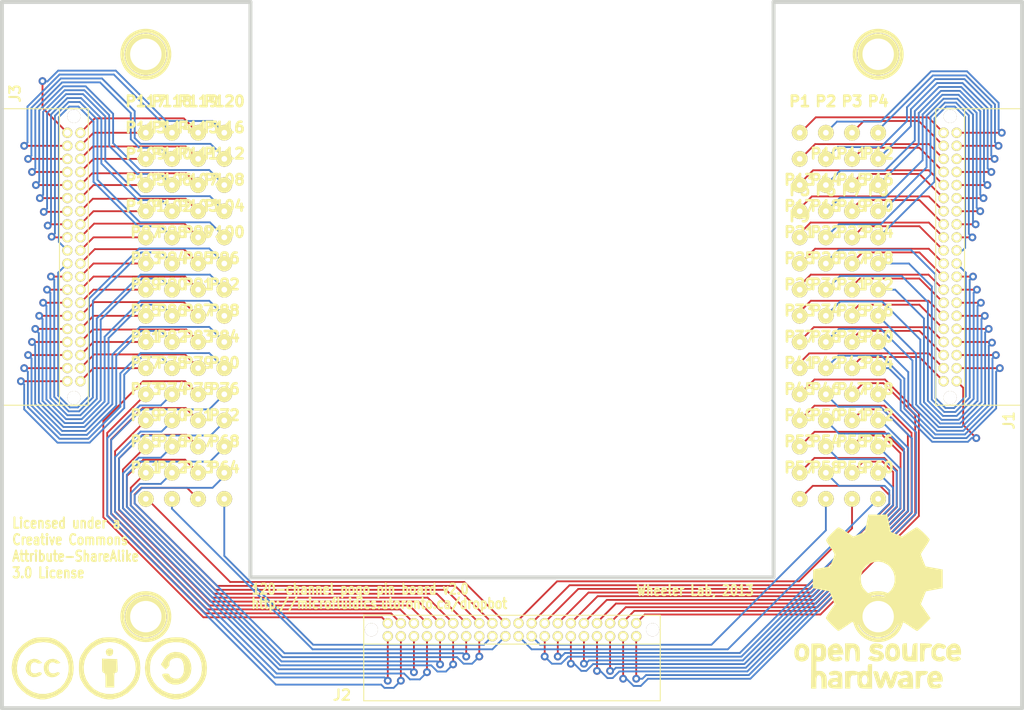
<source format=kicad_pcb>
(kicad_pcb (version 4) (host pcbnew 4.0.1-stable)
  (title_block (title "120-channel pogo pin board") (date 2016-11-18) (rev v2.0))
  (layers (0 Front signal) (31 Back signal) (34 B.Paste user) (35 F.Paste user) (36 B.SilkS user) (37 F.SilkS user) (38 B.Mask user) (39 F.Mask user) (44 Edge.Cuts user))
  (net 0 "")
  (net 1 "Net-(J1-Pad3)")
  (net 2 "Net-(J1-Pad1)")
  (net 3 "Net-(J1-Pad2)")
  (net 4 "Net-(J1-Pad4)")
  (net 5 "Net-(J1-Pad10)")
  (net 6 "Net-(J1-Pad12)")
  (net 7 "Net-(J1-Pad8)")
  (net 8 "Net-(J1-Pad6)")
  (net 9 "Net-(J1-Pad5)")
  (net 10 "Net-(J1-Pad7)")
  (net 11 "Net-(J1-Pad11)")
  (net 12 "Net-(J1-Pad9)")
  (net 13 "Net-(J1-Pad32)")
  (net 14 "Net-(J1-Pad34)")
  (net 15 "Net-(J1-Pad38)")
  (net 16 "Net-(J1-Pad36)")
  (net 17 "Net-(J1-Pad35)")
  (net 18 "Net-(J1-Pad37)")
  (net 19 "Net-(J1-Pad33)")
  (net 20 "Net-(J1-Pad31)")
  (net 21 "Net-(J1-Pad39)")
  (net 22 "Net-(J1-Pad40)")
  (net 23 "Net-(J1-Pad30)")
  (net 24 "Net-(J1-Pad29)")
  (net 25 "Net-(J1-Pad17)")
  (net 26 "Net-(J1-Pad19)")
  (net 27 "Net-(J1-Pad15)")
  (net 28 "Net-(J1-Pad13)")
  (net 29 "Net-(J1-Pad21)")
  (net 30 "Net-(J1-Pad23)")
  (net 31 "Net-(J1-Pad27)")
  (net 32 "Net-(J1-Pad25)")
  (net 33 "Net-(J1-Pad26)")
  (net 34 "Net-(J1-Pad28)")
  (net 35 "Net-(J1-Pad24)")
  (net 36 "Net-(J1-Pad22)")
  (net 37 "Net-(J1-Pad14)")
  (net 38 "Net-(J1-Pad16)")
  (net 39 "Net-(J1-Pad20)")
  (net 40 "Net-(J1-Pad18)")
  (net 41 "Net-(J2-Pad3)")
  (net 42 "Net-(J2-Pad1)")
  (net 43 "Net-(J2-Pad2)")
  (net 44 "Net-(J2-Pad4)")
  (net 45 "Net-(J2-Pad10)")
  (net 46 "Net-(J2-Pad12)")
  (net 47 "Net-(J2-Pad8)")
  (net 48 "Net-(J2-Pad6)")
  (net 49 "Net-(J2-Pad5)")
  (net 50 "Net-(J2-Pad7)")
  (net 51 "Net-(J2-Pad11)")
  (net 52 "Net-(J2-Pad9)")
  (net 53 "Net-(J2-Pad32)")
  (net 54 "Net-(J2-Pad34)")
  (net 55 "Net-(J2-Pad38)")
  (net 56 "Net-(J2-Pad36)")
  (net 57 "Net-(J2-Pad35)")
  (net 58 "Net-(J2-Pad37)")
  (net 59 "Net-(J2-Pad33)")
  (net 60 "Net-(J2-Pad31)")
  (net 61 "Net-(J2-Pad39)")
  (net 62 "Net-(J2-Pad40)")
  (net 63 "Net-(J2-Pad30)")
  (net 64 "Net-(J2-Pad29)")
  (net 65 "Net-(J2-Pad17)")
  (net 66 "Net-(J2-Pad19)")
  (net 67 "Net-(J2-Pad15)")
  (net 68 "Net-(J2-Pad13)")
  (net 69 "Net-(J2-Pad21)")
  (net 70 "Net-(J2-Pad23)")
  (net 71 "Net-(J2-Pad27)")
  (net 72 "Net-(J2-Pad25)")
  (net 73 "Net-(J2-Pad26)")
  (net 74 "Net-(J2-Pad28)")
  (net 75 "Net-(J2-Pad24)")
  (net 76 "Net-(J2-Pad22)")
  (net 77 "Net-(J2-Pad14)")
  (net 78 "Net-(J2-Pad16)")
  (net 79 "Net-(J2-Pad20)")
  (net 80 "Net-(J2-Pad18)")
  (net 81 "Net-(J3-Pad3)")
  (net 82 "Net-(J3-Pad1)")
  (net 83 "Net-(J3-Pad2)")
  (net 84 "Net-(J3-Pad4)")
  (net 85 "Net-(J3-Pad10)")
  (net 86 "Net-(J3-Pad12)")
  (net 87 "Net-(J3-Pad8)")
  (net 88 "Net-(J3-Pad6)")
  (net 89 "Net-(J3-Pad5)")
  (net 90 "Net-(J3-Pad7)")
  (net 91 "Net-(J3-Pad11)")
  (net 92 "Net-(J3-Pad9)")
  (net 93 "Net-(J3-Pad32)")
  (net 94 "Net-(J3-Pad34)")
  (net 95 "Net-(J3-Pad38)")
  (net 96 "Net-(J3-Pad36)")
  (net 97 "Net-(J3-Pad35)")
  (net 98 "Net-(J3-Pad37)")
  (net 99 "Net-(J3-Pad33)")
  (net 100 "Net-(J3-Pad31)")
  (net 101 "Net-(J3-Pad39)")
  (net 102 "Net-(J3-Pad40)")
  (net 103 "Net-(J3-Pad30)")
  (net 104 "Net-(J3-Pad29)")
  (net 105 "Net-(J3-Pad17)")
  (net 106 "Net-(J3-Pad19)")
  (net 107 "Net-(J3-Pad15)")
  (net 108 "Net-(J3-Pad13)")
  (net 109 "Net-(J3-Pad21)")
  (net 110 "Net-(J3-Pad23)")
  (net 111 "Net-(J3-Pad27)")
  (net 112 "Net-(J3-Pad25)")
  (net 113 "Net-(J3-Pad26)")
  (net 114 "Net-(J3-Pad28)")
  (net 115 "Net-(J3-Pad24)")
  (net 116 "Net-(J3-Pad22)")
  (net 117 "Net-(J3-Pad14)")
  (net 118 "Net-(J3-Pad16)")
  (net 119 "Net-(J3-Pad20)")
  (net 120 "Net-(J3-Pad18)")
  (net 121 "Net-(P1-Pad1)")
  (net 122 "Net-(P2-Pad1)")
  (net 123 "Net-(P3-Pad1)")
  (net 124 "Net-(P4-Pad1)")
  (net 125 "Net-(P5-Pad1)")
  (net 126 "Net-(P6-Pad1)")
  (net 127 "Net-(P7-Pad1)")
  (net 128 "Net-(P8-Pad1)")
  (net 129 "Net-(P9-Pad1)")
  (net 130 "Net-(P10-Pad1)")
  (net 131 "Net-(P11-Pad1)")
  (net 132 "Net-(P12-Pad1)")
  (net 133 "Net-(P13-Pad1)")
  (net 134 "Net-(P14-Pad1)")
  (net 135 "Net-(P15-Pad1)")
  (net 136 "Net-(P16-Pad1)")
  (net 137 "Net-(P17-Pad1)")
  (net 138 "Net-(P18-Pad1)")
  (net 139 "Net-(P19-Pad1)")
  (net 140 "Net-(P20-Pad1)")
  (net 141 "Net-(P21-Pad1)")
  (net 142 "Net-(P22-Pad1)")
  (net 143 "Net-(P23-Pad1)")
  (net 144 "Net-(P24-Pad1)")
  (net 145 "Net-(P25-Pad1)")
  (net 146 "Net-(P26-Pad1)")
  (net 147 "Net-(P27-Pad1)")
  (net 148 "Net-(P28-Pad1)")
  (net 149 "Net-(P29-Pad1)")
  (net 150 "Net-(P30-Pad1)")
  (net 151 "Net-(P31-Pad1)")
  (net 152 "Net-(P32-Pad1)")
  (net 153 "Net-(P33-Pad1)")
  (net 154 "Net-(P34-Pad1)")
  (net 155 "Net-(P35-Pad1)")
  (net 156 "Net-(P36-Pad1)")
  (net 157 "Net-(P37-Pad1)")
  (net 158 "Net-(P38-Pad1)")
  (net 159 "Net-(P39-Pad1)")
  (net 160 "Net-(P40-Pad1)")
  (net 161 "Net-(P41-Pad1)")
  (net 162 "Net-(P42-Pad1)")
  (net 163 "Net-(P43-Pad1)")
  (net 164 "Net-(P44-Pad1)")
  (net 165 "Net-(P45-Pad1)")
  (net 166 "Net-(P46-Pad1)")
  (net 167 "Net-(P47-Pad1)")
  (net 168 "Net-(P48-Pad1)")
  (net 169 "Net-(P49-Pad1)")
  (net 170 "Net-(P50-Pad1)")
  (net 171 "Net-(P51-Pad1)")
  (net 172 "Net-(P52-Pad1)")
  (net 173 "Net-(P53-Pad1)")
  (net 174 "Net-(P54-Pad1)")
  (net 175 "Net-(P55-Pad1)")
  (net 176 "Net-(P56-Pad1)")
  (net 177 "Net-(P57-Pad1)")
  (net 178 "Net-(P58-Pad1)")
  (net 179 "Net-(P59-Pad1)")
  (net 180 "Net-(P60-Pad1)")
  (net 181 "Net-(P61-Pad1)")
  (net 182 "Net-(P62-Pad1)")
  (net 183 "Net-(P63-Pad1)")
  (net 184 "Net-(P64-Pad1)")
  (net 185 "Net-(P65-Pad1)")
  (net 186 "Net-(P66-Pad1)")
  (net 187 "Net-(P67-Pad1)")
  (net 188 "Net-(P68-Pad1)")
  (net 189 "Net-(P69-Pad1)")
  (net 190 "Net-(P70-Pad1)")
  (net 191 "Net-(P71-Pad1)")
  (net 192 "Net-(P72-Pad1)")
  (net 193 "Net-(P73-Pad1)")
  (net 194 "Net-(P74-Pad1)")
  (net 195 "Net-(P75-Pad1)")
  (net 196 "Net-(P76-Pad1)")
  (net 197 "Net-(P77-Pad1)")
  (net 198 "Net-(P78-Pad1)")
  (net 199 "Net-(P79-Pad1)")
  (net 200 "Net-(P80-Pad1)")
  (net 201 "Net-(P81-Pad1)")
  (net 202 "Net-(P82-Pad1)")
  (net 203 "Net-(P83-Pad1)")
  (net 204 "Net-(P84-Pad1)")
  (net 205 "Net-(P85-Pad1)")
  (net 206 "Net-(P86-Pad1)")
  (net 207 "Net-(P87-Pad1)")
  (net 208 "Net-(P88-Pad1)")
  (net 209 "Net-(P89-Pad1)")
  (net 210 "Net-(P90-Pad1)")
  (net 211 "Net-(P91-Pad1)")
  (net 212 "Net-(P92-Pad1)")
  (net 213 "Net-(P93-Pad1)")
  (net 214 "Net-(P94-Pad1)")
  (net 215 "Net-(P95-Pad1)")
  (net 216 "Net-(P96-Pad1)")
  (net 217 "Net-(P97-Pad1)")
  (net 218 "Net-(P98-Pad1)")
  (net 219 "Net-(P99-Pad1)")
  (net 220 "Net-(P100-Pad1)")
  (net 221 "Net-(P101-Pad1)")
  (net 222 "Net-(P102-Pad1)")
  (net 223 "Net-(P103-Pad1)")
  (net 224 "Net-(P104-Pad1)")
  (net 225 "Net-(P105-Pad1)")
  (net 226 "Net-(P106-Pad1)")
  (net 227 "Net-(P107-Pad1)")
  (net 228 "Net-(P108-Pad1)")
  (net 229 "Net-(P109-Pad1)")
  (net 230 "Net-(P110-Pad1)")
  (net 231 "Net-(P111-Pad1)")
  (net 232 "Net-(P112-Pad1)")
  (net 233 "Net-(P113-Pad1)")
  (net 234 "Net-(P114-Pad1)")
  (net 235 "Net-(P115-Pad1)")
  (net 236 "Net-(P116-Pad1)")
  (net 237 "Net-(P117-Pad1)")
  (net 238 "Net-(P118-Pad1)")
  (net 239 "Net-(P119-Pad1)")
  (net 240 "Net-(P120-Pad1)")
  (module 1pin (layer Front) (at 40.64 90.17)
    (fp_text reference H4 hide)
    (fp_text value H4 hide)
    (pad 1 thru_hole circle (at 0 0) (size 4.064 4.064) (drill 3.048) (layers *.Cu *.Mask F.SilkS))
  )
  (module 1pin (layer Front) (at 111.76 90.17)
    (fp_text reference H3 hide)
    (fp_text value H3 hide)
    (pad 1 thru_hole circle (at 0 0) (size 4.064 4.064) (drill 3.048) (layers *.Cu *.Mask F.SilkS))
  )
  (module 1pin (layer Front) (at 40.64 35.56)
    (fp_text reference H1 hide)
    (fp_text value H1 hide)
    (pad 1 thru_hole circle (at 0 0) (size 4.064 4.064) (drill 3.048) (layers *.Cu *.Mask F.SilkS))
  )
  (module 1pin (layer Front) (at 111.76 35.56)
    (fp_text reference H2 hide)
    (fp_text value H2 hide)
    (pad 1 thru_hole circle (at 0 0) (size 4.064 4.064) (drill 3.048) (layers *.Cu *.Mask F.SilkS))
  )
  (module TFML-120-01-XXX-D-RA (layer Front) (at 33.655 55.245 90)
    (fp_text reference J3 (at 15.875 -5.715 90) (layer F.SilkS) (effects (font (size 1.016 1.016) (thickness 0.2032))))
    (fp_text value CONN_40 hide)
    (pad "" thru_hole circle (at -13.6525 0 90) (size 1.27 1.27) (drill 1.27) (layers *.Cu *.Mask F.SilkS))
    (pad "" thru_hole circle (at 13.6525 0 90) (size 1.27 1.27) (drill 1.27) (layers *.Cu *.Mask F.SilkS))
    (pad 3 thru_hole circle (at -10.795 0.635 90) (size 1.00076 1.00076) (drill 0.635) (layers *.Cu *.Mask F.SilkS) (net 81 "Net-(J3-Pad3)"))
    (pad 1 thru_hole circle (at -12.065 0.635 90) (size 1.00076 1.00076) (drill 0.635) (layers *.Cu *.Mask F.SilkS) (net 82 "Net-(J3-Pad1)"))
    (pad 2 thru_hole circle (at -12.065 -0.635 90) (size 1.00076 1.00076) (drill 0.635) (layers *.Cu *.Mask F.SilkS) (net 83 "Net-(J3-Pad2)"))
    (pad 4 thru_hole circle (at -10.795 -0.635 90) (size 1.00076 1.00076) (drill 0.635) (layers *.Cu *.Mask F.SilkS) (net 84 "Net-(J3-Pad4)"))
    (pad 10 thru_hole circle (at -6.985 -0.635 90) (size 1.00076 1.00076) (drill 0.635) (layers *.Cu *.Mask F.SilkS) (net 85 "Net-(J3-Pad10)"))
    (pad 12 thru_hole circle (at -5.715 -0.635 90) (size 1.00076 1.00076) (drill 0.635) (layers *.Cu *.Mask F.SilkS) (net 86 "Net-(J3-Pad12)"))
    (pad 8 thru_hole circle (at -8.255 -0.635 90) (size 1.00076 1.00076) (drill 0.635) (layers *.Cu *.Mask F.SilkS) (net 87 "Net-(J3-Pad8)"))
    (pad 6 thru_hole circle (at -9.525 -0.635 90) (size 1.00076 1.00076) (drill 0.635) (layers *.Cu *.Mask F.SilkS) (net 88 "Net-(J3-Pad6)"))
    (pad 5 thru_hole circle (at -9.525 0.635 90) (size 1.00076 1.00076) (drill 0.635) (layers *.Cu *.Mask F.SilkS) (net 89 "Net-(J3-Pad5)"))
    (pad 7 thru_hole circle (at -8.255 0.635 90) (size 1.00076 1.00076) (drill 0.635) (layers *.Cu *.Mask F.SilkS) (net 90 "Net-(J3-Pad7)"))
    (pad 11 thru_hole circle (at -5.715 0.635 90) (size 1.00076 1.00076) (drill 0.635) (layers *.Cu *.Mask F.SilkS) (net 91 "Net-(J3-Pad11)"))
    (pad 9 thru_hole circle (at -6.985 0.635 90) (size 1.00076 1.00076) (drill 0.635) (layers *.Cu *.Mask F.SilkS) (net 92 "Net-(J3-Pad9)"))
    (pad 32 thru_hole circle (at 6.985 -0.635 90) (size 1.00076 1.00076) (drill 0.635) (layers *.Cu *.Mask F.SilkS) (net 93 "Net-(J3-Pad32)"))
    (pad 34 thru_hole circle (at 8.255 -0.635 90) (size 1.00076 1.00076) (drill 0.635) (layers *.Cu *.Mask F.SilkS) (net 94 "Net-(J3-Pad34)"))
    (pad 38 thru_hole circle (at 10.795 -0.635 90) (size 1.00076 1.00076) (drill 0.635) (layers *.Cu *.Mask F.SilkS) (net 95 "Net-(J3-Pad38)"))
    (pad 36 thru_hole circle (at 9.525 -0.635 90) (size 1.00076 1.00076) (drill 0.635) (layers *.Cu *.Mask F.SilkS) (net 96 "Net-(J3-Pad36)"))
    (pad 35 thru_hole circle (at 9.525 0.635 90) (size 1.00076 1.00076) (drill 0.635) (layers *.Cu *.Mask F.SilkS) (net 97 "Net-(J3-Pad35)"))
    (pad 37 thru_hole circle (at 10.795 0.635 90) (size 1.00076 1.00076) (drill 0.635) (layers *.Cu *.Mask F.SilkS) (net 98 "Net-(J3-Pad37)"))
    (pad 33 thru_hole circle (at 8.255 0.635 90) (size 1.00076 1.00076) (drill 0.635) (layers *.Cu *.Mask F.SilkS) (net 99 "Net-(J3-Pad33)"))
    (pad 31 thru_hole circle (at 6.985 0.635 90) (size 1.00076 1.00076) (drill 0.635) (layers *.Cu *.Mask F.SilkS) (net 100 "Net-(J3-Pad31)"))
    (pad 39 thru_hole circle (at 12.065 0.635 90) (size 1.00076 1.00076) (drill 0.635) (layers *.Cu *.Mask F.SilkS) (net 101 "Net-(J3-Pad39)"))
    (pad 40 thru_hole circle (at 12.065 -0.635 90) (size 1.00076 1.00076) (drill 0.635) (layers *.Cu *.Mask F.SilkS) (net 102 "Net-(J3-Pad40)"))
    (pad 30 thru_hole circle (at 5.715 -0.635 90) (size 1.00076 1.00076) (drill 0.635) (layers *.Cu *.Mask F.SilkS) (net 103 "Net-(J3-Pad30)"))
    (pad 29 thru_hole circle (at 5.715 0.635 90) (size 1.00076 1.00076) (drill 0.635) (layers *.Cu *.Mask F.SilkS) (net 104 "Net-(J3-Pad29)"))
    (pad 17 thru_hole circle (at -1.905 0.635 90) (size 1.00076 1.00076) (drill 0.635) (layers *.Cu *.Mask F.SilkS) (net 105 "Net-(J3-Pad17)"))
    (pad 19 thru_hole circle (at -0.635 0.635 90) (size 1.00076 1.00076) (drill 0.635) (layers *.Cu *.Mask F.SilkS) (net 106 "Net-(J3-Pad19)"))
    (pad 15 thru_hole circle (at -3.175 0.635 90) (size 1.00076 1.00076) (drill 0.635) (layers *.Cu *.Mask F.SilkS) (net 107 "Net-(J3-Pad15)"))
    (pad 13 thru_hole circle (at -4.445 0.635 90) (size 1.00076 1.00076) (drill 0.635) (layers *.Cu *.Mask F.SilkS) (net 108 "Net-(J3-Pad13)"))
    (pad 21 thru_hole circle (at 0.635 0.635 90) (size 1.00076 1.00076) (drill 0.635) (layers *.Cu *.Mask F.SilkS) (net 109 "Net-(J3-Pad21)"))
    (pad 23 thru_hole circle (at 1.905 0.635 90) (size 1.00076 1.00076) (drill 0.635) (layers *.Cu *.Mask F.SilkS) (net 110 "Net-(J3-Pad23)"))
    (pad 27 thru_hole circle (at 4.445 0.635 90) (size 1.00076 1.00076) (drill 0.635) (layers *.Cu *.Mask F.SilkS) (net 111 "Net-(J3-Pad27)"))
    (pad 25 thru_hole circle (at 3.175 0.635 90) (size 1.00076 1.00076) (drill 0.635) (layers *.Cu *.Mask F.SilkS) (net 112 "Net-(J3-Pad25)"))
    (pad 26 thru_hole circle (at 3.175 -0.635 90) (size 1.00076 1.00076) (drill 0.635) (layers *.Cu *.Mask F.SilkS) (net 113 "Net-(J3-Pad26)"))
    (pad 28 thru_hole circle (at 4.445 -0.635 90) (size 1.00076 1.00076) (drill 0.635) (layers *.Cu *.Mask F.SilkS) (net 114 "Net-(J3-Pad28)"))
    (pad 24 thru_hole circle (at 1.905 -0.635 90) (size 1.00076 1.00076) (drill 0.635) (layers *.Cu *.Mask F.SilkS) (net 115 "Net-(J3-Pad24)"))
    (pad 22 thru_hole circle (at 0.635 -0.635 90) (size 1.00076 1.00076) (drill 0.635) (layers *.Cu *.Mask F.SilkS) (net 116 "Net-(J3-Pad22)"))
    (pad 14 thru_hole circle (at -4.445 -0.635 90) (size 1.00076 1.00076) (drill 0.635) (layers *.Cu *.Mask F.SilkS) (net 117 "Net-(J3-Pad14)"))
    (pad 16 thru_hole circle (at -3.175 -0.635 90) (size 1.00076 1.00076) (drill 0.635) (layers *.Cu *.Mask F.SilkS) (net 118 "Net-(J3-Pad16)"))
    (pad 20 thru_hole circle (at -0.635 -0.635 90) (size 1.00076 1.00076) (drill 0.635) (layers *.Cu *.Mask F.SilkS) (net 119 "Net-(J3-Pad20)"))
    (pad 18 thru_hole circle (at -1.905 -0.635 90) (size 1.00076 1.00076) (drill 0.635) (layers *.Cu *.Mask F.SilkS) (net 120 "Net-(J3-Pad18)"))
  )
  (module TFML-120-01-XXX-D-RA (layer Front) (at 118.745 55.245 270)
    (fp_text reference J1 (at 15.875 -5.715 270) (layer F.SilkS) (effects (font (size 1.016 1.016) (thickness 0.2032))))
    (fp_text value CONN_40 hide)
    (pad "" thru_hole circle (at -13.6525 0 270) (size 1.27 1.27) (drill 1.27) (layers *.Cu *.Mask F.SilkS))
    (pad "" thru_hole circle (at 13.6525 0 270) (size 1.27 1.27) (drill 1.27) (layers *.Cu *.Mask F.SilkS))
    (pad 3 thru_hole circle (at -10.795 0.635 270) (size 1.00076 1.00076) (drill 0.635) (layers *.Cu *.Mask F.SilkS) (net 1 "Net-(J1-Pad3)"))
    (pad 1 thru_hole circle (at -12.065 0.635 270) (size 1.00076 1.00076) (drill 0.635) (layers *.Cu *.Mask F.SilkS) (net 2 "Net-(J1-Pad1)"))
    (pad 2 thru_hole circle (at -12.065 -0.635 270) (size 1.00076 1.00076) (drill 0.635) (layers *.Cu *.Mask F.SilkS) (net 3 "Net-(J1-Pad2)"))
    (pad 4 thru_hole circle (at -10.795 -0.635 270) (size 1.00076 1.00076) (drill 0.635) (layers *.Cu *.Mask F.SilkS) (net 4 "Net-(J1-Pad4)"))
    (pad 10 thru_hole circle (at -6.985 -0.635 270) (size 1.00076 1.00076) (drill 0.635) (layers *.Cu *.Mask F.SilkS) (net 5 "Net-(J1-Pad10)"))
    (pad 12 thru_hole circle (at -5.715 -0.635 270) (size 1.00076 1.00076) (drill 0.635) (layers *.Cu *.Mask F.SilkS) (net 6 "Net-(J1-Pad12)"))
    (pad 8 thru_hole circle (at -8.255 -0.635 270) (size 1.00076 1.00076) (drill 0.635) (layers *.Cu *.Mask F.SilkS) (net 7 "Net-(J1-Pad8)"))
    (pad 6 thru_hole circle (at -9.525 -0.635 270) (size 1.00076 1.00076) (drill 0.635) (layers *.Cu *.Mask F.SilkS) (net 8 "Net-(J1-Pad6)"))
    (pad 5 thru_hole circle (at -9.525 0.635 270) (size 1.00076 1.00076) (drill 0.635) (layers *.Cu *.Mask F.SilkS) (net 9 "Net-(J1-Pad5)"))
    (pad 7 thru_hole circle (at -8.255 0.635 270) (size 1.00076 1.00076) (drill 0.635) (layers *.Cu *.Mask F.SilkS) (net 10 "Net-(J1-Pad7)"))
    (pad 11 thru_hole circle (at -5.715 0.635 270) (size 1.00076 1.00076) (drill 0.635) (layers *.Cu *.Mask F.SilkS) (net 11 "Net-(J1-Pad11)"))
    (pad 9 thru_hole circle (at -6.985 0.635 270) (size 1.00076 1.00076) (drill 0.635) (layers *.Cu *.Mask F.SilkS) (net 12 "Net-(J1-Pad9)"))
    (pad 32 thru_hole circle (at 6.985 -0.635 270) (size 1.00076 1.00076) (drill 0.635) (layers *.Cu *.Mask F.SilkS) (net 13 "Net-(J1-Pad32)"))
    (pad 34 thru_hole circle (at 8.255 -0.635 270) (size 1.00076 1.00076) (drill 0.635) (layers *.Cu *.Mask F.SilkS) (net 14 "Net-(J1-Pad34)"))
    (pad 38 thru_hole circle (at 10.795 -0.635 270) (size 1.00076 1.00076) (drill 0.635) (layers *.Cu *.Mask F.SilkS) (net 15 "Net-(J1-Pad38)"))
    (pad 36 thru_hole circle (at 9.525 -0.635 270) (size 1.00076 1.00076) (drill 0.635) (layers *.Cu *.Mask F.SilkS) (net 16 "Net-(J1-Pad36)"))
    (pad 35 thru_hole circle (at 9.525 0.635 270) (size 1.00076 1.00076) (drill 0.635) (layers *.Cu *.Mask F.SilkS) (net 17 "Net-(J1-Pad35)"))
    (pad 37 thru_hole circle (at 10.795 0.635 270) (size 1.00076 1.00076) (drill 0.635) (layers *.Cu *.Mask F.SilkS) (net 18 "Net-(J1-Pad37)"))
    (pad 33 thru_hole circle (at 8.255 0.635 270) (size 1.00076 1.00076) (drill 0.635) (layers *.Cu *.Mask F.SilkS) (net 19 "Net-(J1-Pad33)"))
    (pad 31 thru_hole circle (at 6.985 0.635 270) (size 1.00076 1.00076) (drill 0.635) (layers *.Cu *.Mask F.SilkS) (net 20 "Net-(J1-Pad31)"))
    (pad 39 thru_hole circle (at 12.065 0.635 270) (size 1.00076 1.00076) (drill 0.635) (layers *.Cu *.Mask F.SilkS) (net 21 "Net-(J1-Pad39)"))
    (pad 40 thru_hole circle (at 12.065 -0.635 270) (size 1.00076 1.00076) (drill 0.635) (layers *.Cu *.Mask F.SilkS) (net 22 "Net-(J1-Pad40)"))
    (pad 30 thru_hole circle (at 5.715 -0.635 270) (size 1.00076 1.00076) (drill 0.635) (layers *.Cu *.Mask F.SilkS) (net 23 "Net-(J1-Pad30)"))
    (pad 29 thru_hole circle (at 5.715 0.635 270) (size 1.00076 1.00076) (drill 0.635) (layers *.Cu *.Mask F.SilkS) (net 24 "Net-(J1-Pad29)"))
    (pad 17 thru_hole circle (at -1.905 0.635 270) (size 1.00076 1.00076) (drill 0.635) (layers *.Cu *.Mask F.SilkS) (net 25 "Net-(J1-Pad17)"))
    (pad 19 thru_hole circle (at -0.635 0.635 270) (size 1.00076 1.00076) (drill 0.635) (layers *.Cu *.Mask F.SilkS) (net 26 "Net-(J1-Pad19)"))
    (pad 15 thru_hole circle (at -3.175 0.635 270) (size 1.00076 1.00076) (drill 0.635) (layers *.Cu *.Mask F.SilkS) (net 27 "Net-(J1-Pad15)"))
    (pad 13 thru_hole circle (at -4.445 0.635 270) (size 1.00076 1.00076) (drill 0.635) (layers *.Cu *.Mask F.SilkS) (net 28 "Net-(J1-Pad13)"))
    (pad 21 thru_hole circle (at 0.635 0.635 270) (size 1.00076 1.00076) (drill 0.635) (layers *.Cu *.Mask F.SilkS) (net 29 "Net-(J1-Pad21)"))
    (pad 23 thru_hole circle (at 1.905 0.635 270) (size 1.00076 1.00076) (drill 0.635) (layers *.Cu *.Mask F.SilkS) (net 30 "Net-(J1-Pad23)"))
    (pad 27 thru_hole circle (at 4.445 0.635 270) (size 1.00076 1.00076) (drill 0.635) (layers *.Cu *.Mask F.SilkS) (net 31 "Net-(J1-Pad27)"))
    (pad 25 thru_hole circle (at 3.175 0.635 270) (size 1.00076 1.00076) (drill 0.635) (layers *.Cu *.Mask F.SilkS) (net 32 "Net-(J1-Pad25)"))
    (pad 26 thru_hole circle (at 3.175 -0.635 270) (size 1.00076 1.00076) (drill 0.635) (layers *.Cu *.Mask F.SilkS) (net 33 "Net-(J1-Pad26)"))
    (pad 28 thru_hole circle (at 4.445 -0.635 270) (size 1.00076 1.00076) (drill 0.635) (layers *.Cu *.Mask F.SilkS) (net 34 "Net-(J1-Pad28)"))
    (pad 24 thru_hole circle (at 1.905 -0.635 270) (size 1.00076 1.00076) (drill 0.635) (layers *.Cu *.Mask F.SilkS) (net 35 "Net-(J1-Pad24)"))
    (pad 22 thru_hole circle (at 0.635 -0.635 270) (size 1.00076 1.00076) (drill 0.635) (layers *.Cu *.Mask F.SilkS) (net 36 "Net-(J1-Pad22)"))
    (pad 14 thru_hole circle (at -4.445 -0.635 270) (size 1.00076 1.00076) (drill 0.635) (layers *.Cu *.Mask F.SilkS) (net 37 "Net-(J1-Pad14)"))
    (pad 16 thru_hole circle (at -3.175 -0.635 270) (size 1.00076 1.00076) (drill 0.635) (layers *.Cu *.Mask F.SilkS) (net 38 "Net-(J1-Pad16)"))
    (pad 20 thru_hole circle (at -0.635 -0.635 270) (size 1.00076 1.00076) (drill 0.635) (layers *.Cu *.Mask F.SilkS) (net 39 "Net-(J1-Pad20)"))
    (pad 18 thru_hole circle (at -1.905 -0.635 270) (size 1.00076 1.00076) (drill 0.635) (layers *.Cu *.Mask F.SilkS) (net 40 "Net-(J1-Pad18)"))
  )
  (module TFML-120-01-XXX-D-RA (layer Front) (at 76.2 91.44 180)
    (fp_text reference J2 (at 16.51 -6.35 180) (layer F.SilkS) (effects (font (size 1.016 1.016) (thickness 0.2032))))
    (fp_text value CONN_40 hide)
    (pad "" thru_hole circle (at -13.6525 0 180) (size 1.27 1.27) (drill 1.27) (layers *.Cu *.Mask F.SilkS))
    (pad "" thru_hole circle (at 13.6525 0 180) (size 1.27 1.27) (drill 1.27) (layers *.Cu *.Mask F.SilkS))
    (pad 3 thru_hole circle (at -10.795 0.635 180) (size 1.00076 1.00076) (drill 0.635) (layers *.Cu *.Mask F.SilkS) (net 41 "Net-(J2-Pad3)"))
    (pad 1 thru_hole circle (at -12.065 0.635 180) (size 1.00076 1.00076) (drill 0.635) (layers *.Cu *.Mask F.SilkS) (net 42 "Net-(J2-Pad1)"))
    (pad 2 thru_hole circle (at -12.065 -0.635 180) (size 1.00076 1.00076) (drill 0.635) (layers *.Cu *.Mask F.SilkS) (net 43 "Net-(J2-Pad2)"))
    (pad 4 thru_hole circle (at -10.795 -0.635 180) (size 1.00076 1.00076) (drill 0.635) (layers *.Cu *.Mask F.SilkS) (net 44 "Net-(J2-Pad4)"))
    (pad 10 thru_hole circle (at -6.985 -0.635 180) (size 1.00076 1.00076) (drill 0.635) (layers *.Cu *.Mask F.SilkS) (net 45 "Net-(J2-Pad10)"))
    (pad 12 thru_hole circle (at -5.715 -0.635 180) (size 1.00076 1.00076) (drill 0.635) (layers *.Cu *.Mask F.SilkS) (net 46 "Net-(J2-Pad12)"))
    (pad 8 thru_hole circle (at -8.255 -0.635 180) (size 1.00076 1.00076) (drill 0.635) (layers *.Cu *.Mask F.SilkS) (net 47 "Net-(J2-Pad8)"))
    (pad 6 thru_hole circle (at -9.525 -0.635 180) (size 1.00076 1.00076) (drill 0.635) (layers *.Cu *.Mask F.SilkS) (net 48 "Net-(J2-Pad6)"))
    (pad 5 thru_hole circle (at -9.525 0.635 180) (size 1.00076 1.00076) (drill 0.635) (layers *.Cu *.Mask F.SilkS) (net 49 "Net-(J2-Pad5)"))
    (pad 7 thru_hole circle (at -8.255 0.635 180) (size 1.00076 1.00076) (drill 0.635) (layers *.Cu *.Mask F.SilkS) (net 50 "Net-(J2-Pad7)"))
    (pad 11 thru_hole circle (at -5.715 0.635 180) (size 1.00076 1.00076) (drill 0.635) (layers *.Cu *.Mask F.SilkS) (net 51 "Net-(J2-Pad11)"))
    (pad 9 thru_hole circle (at -6.985 0.635 180) (size 1.00076 1.00076) (drill 0.635) (layers *.Cu *.Mask F.SilkS) (net 52 "Net-(J2-Pad9)"))
    (pad 32 thru_hole circle (at 6.985 -0.635 180) (size 1.00076 1.00076) (drill 0.635) (layers *.Cu *.Mask F.SilkS) (net 53 "Net-(J2-Pad32)"))
    (pad 34 thru_hole circle (at 8.255 -0.635 180) (size 1.00076 1.00076) (drill 0.635) (layers *.Cu *.Mask F.SilkS) (net 54 "Net-(J2-Pad34)"))
    (pad 38 thru_hole circle (at 10.795 -0.635 180) (size 1.00076 1.00076) (drill 0.635) (layers *.Cu *.Mask F.SilkS) (net 55 "Net-(J2-Pad38)"))
    (pad 36 thru_hole circle (at 9.525 -0.635 180) (size 1.00076 1.00076) (drill 0.635) (layers *.Cu *.Mask F.SilkS) (net 56 "Net-(J2-Pad36)"))
    (pad 35 thru_hole circle (at 9.525 0.635 180) (size 1.00076 1.00076) (drill 0.635) (layers *.Cu *.Mask F.SilkS) (net 57 "Net-(J2-Pad35)"))
    (pad 37 thru_hole circle (at 10.795 0.635 180) (size 1.00076 1.00076) (drill 0.635) (layers *.Cu *.Mask F.SilkS) (net 58 "Net-(J2-Pad37)"))
    (pad 33 thru_hole circle (at 8.255 0.635 180) (size 1.00076 1.00076) (drill 0.635) (layers *.Cu *.Mask F.SilkS) (net 59 "Net-(J2-Pad33)"))
    (pad 31 thru_hole circle (at 6.985 0.635 180) (size 1.00076 1.00076) (drill 0.635) (layers *.Cu *.Mask F.SilkS) (net 60 "Net-(J2-Pad31)"))
    (pad 39 thru_hole circle (at 12.065 0.635 180) (size 1.00076 1.00076) (drill 0.635) (layers *.Cu *.Mask F.SilkS) (net 61 "Net-(J2-Pad39)"))
    (pad 40 thru_hole circle (at 12.065 -0.635 180) (size 1.00076 1.00076) (drill 0.635) (layers *.Cu *.Mask F.SilkS) (net 62 "Net-(J2-Pad40)"))
    (pad 30 thru_hole circle (at 5.715 -0.635 180) (size 1.00076 1.00076) (drill 0.635) (layers *.Cu *.Mask F.SilkS) (net 63 "Net-(J2-Pad30)"))
    (pad 29 thru_hole circle (at 5.715 0.635 180) (size 1.00076 1.00076) (drill 0.635) (layers *.Cu *.Mask F.SilkS) (net 64 "Net-(J2-Pad29)"))
    (pad 17 thru_hole circle (at -1.905 0.635 180) (size 1.00076 1.00076) (drill 0.635) (layers *.Cu *.Mask F.SilkS) (net 65 "Net-(J2-Pad17)"))
    (pad 19 thru_hole circle (at -0.635 0.635 180) (size 1.00076 1.00076) (drill 0.635) (layers *.Cu *.Mask F.SilkS) (net 66 "Net-(J2-Pad19)"))
    (pad 15 thru_hole circle (at -3.175 0.635 180) (size 1.00076 1.00076) (drill 0.635) (layers *.Cu *.Mask F.SilkS) (net 67 "Net-(J2-Pad15)"))
    (pad 13 thru_hole circle (at -4.445 0.635 180) (size 1.00076 1.00076) (drill 0.635) (layers *.Cu *.Mask F.SilkS) (net 68 "Net-(J2-Pad13)"))
    (pad 21 thru_hole circle (at 0.635 0.635 180) (size 1.00076 1.00076) (drill 0.635) (layers *.Cu *.Mask F.SilkS) (net 69 "Net-(J2-Pad21)"))
    (pad 23 thru_hole circle (at 1.905 0.635 180) (size 1.00076 1.00076) (drill 0.635) (layers *.Cu *.Mask F.SilkS) (net 70 "Net-(J2-Pad23)"))
    (pad 27 thru_hole circle (at 4.445 0.635 180) (size 1.00076 1.00076) (drill 0.635) (layers *.Cu *.Mask F.SilkS) (net 71 "Net-(J2-Pad27)"))
    (pad 25 thru_hole circle (at 3.175 0.635 180) (size 1.00076 1.00076) (drill 0.635) (layers *.Cu *.Mask F.SilkS) (net 72 "Net-(J2-Pad25)"))
    (pad 26 thru_hole circle (at 3.175 -0.635 180) (size 1.00076 1.00076) (drill 0.635) (layers *.Cu *.Mask F.SilkS) (net 73 "Net-(J2-Pad26)"))
    (pad 28 thru_hole circle (at 4.445 -0.635 180) (size 1.00076 1.00076) (drill 0.635) (layers *.Cu *.Mask F.SilkS) (net 74 "Net-(J2-Pad28)"))
    (pad 24 thru_hole circle (at 1.905 -0.635 180) (size 1.00076 1.00076) (drill 0.635) (layers *.Cu *.Mask F.SilkS) (net 75 "Net-(J2-Pad24)"))
    (pad 22 thru_hole circle (at 0.635 -0.635 180) (size 1.00076 1.00076) (drill 0.635) (layers *.Cu *.Mask F.SilkS) (net 76 "Net-(J2-Pad22)"))
    (pad 14 thru_hole circle (at -4.445 -0.635 180) (size 1.00076 1.00076) (drill 0.635) (layers *.Cu *.Mask F.SilkS) (net 77 "Net-(J2-Pad14)"))
    (pad 16 thru_hole circle (at -3.175 -0.635 180) (size 1.00076 1.00076) (drill 0.635) (layers *.Cu *.Mask F.SilkS) (net 78 "Net-(J2-Pad16)"))
    (pad 20 thru_hole circle (at -0.635 -0.635 180) (size 1.00076 1.00076) (drill 0.635) (layers *.Cu *.Mask F.SilkS) (net 79 "Net-(J2-Pad20)"))
    (pad 18 thru_hole circle (at -1.905 -0.635 180) (size 1.00076 1.00076) (drill 0.635) (layers *.Cu *.Mask F.SilkS) (net 80 "Net-(J2-Pad18)"))
  )
  (module CC_A_SA_LOGO (layer Front) (at 37.1475 95.1865)
    (fp_text reference G***_2 hide)
    (fp_text value LOGO hide)
  )
  (module OSHW_LOGO (layer Front) (at 111.76 88.773)
    (fp_text reference G*** hide)
    (fp_text value LOGO hide)
  )
  (module pogo_pin (layer Front) (at 104.14 43.18)
    (fp_text reference P1 (at 0 -3.048) (layer F.SilkS) (effects (font (size 1.016 1.016) (thickness 0.254))))
    (fp_text value CONN_01X01 hide)
    (pad 1 thru_hole circle (at 0 0) (size 1.524 1.524) (drill 0.55) (layers *.Cu *.Mask F.SilkS) (net 121 "Net-(P1-Pad1)"))
  )
  (module pogo_pin (layer Front) (at 106.68 43.18)
    (fp_text reference P2 (at 0 -3.048) (layer F.SilkS) (effects (font (size 1.016 1.016) (thickness 0.254))))
    (fp_text value CONN_01X01 hide)
    (pad 1 thru_hole circle (at 0 0) (size 1.524 1.524) (drill 0.55) (layers *.Cu *.Mask F.SilkS) (net 122 "Net-(P2-Pad1)"))
  )
  (module pogo_pin (layer Front) (at 109.22 43.18)
    (fp_text reference P3 (at 0 -3.048) (layer F.SilkS) (effects (font (size 1.016 1.016) (thickness 0.254))))
    (fp_text value CONN_01X01 hide)
    (pad 1 thru_hole circle (at 0 0) (size 1.524 1.524) (drill 0.55) (layers *.Cu *.Mask F.SilkS) (net 123 "Net-(P3-Pad1)"))
  )
  (module pogo_pin (layer Front) (at 111.76 43.18)
    (fp_text reference P4 (at 0 -3.048) (layer F.SilkS) (effects (font (size 1.016 1.016) (thickness 0.254))))
    (fp_text value CONN_01X01 hide)
    (pad 1 thru_hole circle (at 0 0) (size 1.524 1.524) (drill 0.55) (layers *.Cu *.Mask F.SilkS) (net 124 "Net-(P4-Pad1)"))
  )
  (module pogo_pin (layer Front) (at 104.14 45.72 180)
    (fp_text reference P5 (at 0 -3.048 180) (layer F.SilkS) (effects (font (size 1.016 1.016) (thickness 0.254))))
    (fp_text value CONN_01X01 hide)
    (pad 1 thru_hole circle (at 0 0 180) (size 1.524 1.524) (drill 0.55) (layers *.Cu *.Mask F.SilkS) (net 125 "Net-(P5-Pad1)"))
  )
  (module pogo_pin (layer Front) (at 106.68 45.72 180)
    (fp_text reference P6 (at 0 -3.048 180) (layer F.SilkS) (effects (font (size 1.016 1.016) (thickness 0.254))))
    (fp_text value CONN_01X01 hide)
    (pad 1 thru_hole circle (at 0 0 180) (size 1.524 1.524) (drill 0.55) (layers *.Cu *.Mask F.SilkS) (net 126 "Net-(P6-Pad1)"))
  )
  (module pogo_pin (layer Front) (at 109.22 45.72 180)
    (fp_text reference P7 (at 0 -3.048 180) (layer F.SilkS) (effects (font (size 1.016 1.016) (thickness 0.254))))
    (fp_text value CONN_01X01 hide)
    (pad 1 thru_hole circle (at 0 0 180) (size 1.524 1.524) (drill 0.55) (layers *.Cu *.Mask F.SilkS) (net 127 "Net-(P7-Pad1)"))
  )
  (module pogo_pin (layer Front) (at 111.76 45.72 180)
    (fp_text reference P8 (at 0 -3.048 180) (layer F.SilkS) (effects (font (size 1.016 1.016) (thickness 0.254))))
    (fp_text value CONN_01X01 hide)
    (pad 1 thru_hole circle (at 0 0 180) (size 1.524 1.524) (drill 0.55) (layers *.Cu *.Mask F.SilkS) (net 128 "Net-(P8-Pad1)"))
  )
  (module pogo_pin (layer Front) (at 104.14 48.26 180)
    (fp_text reference P9 (at 0 -3.048 180) (layer F.SilkS) (effects (font (size 1.016 1.016) (thickness 0.254))))
    (fp_text value CONN_01X01 hide)
    (pad 1 thru_hole circle (at 0 0 180) (size 1.524 1.524) (drill 0.55) (layers *.Cu *.Mask F.SilkS) (net 129 "Net-(P9-Pad1)"))
  )
  (module pogo_pin (layer Front) (at 106.68 48.26)
    (fp_text reference P10 (at 0 -3.048) (layer F.SilkS) (effects (font (size 1.016 1.016) (thickness 0.254))))
    (fp_text value CONN_01X01 hide)
    (pad 1 thru_hole circle (at 0 0) (size 1.524 1.524) (drill 0.55) (layers *.Cu *.Mask F.SilkS) (net 130 "Net-(P10-Pad1)"))
  )
  (module pogo_pin (layer Front) (at 109.22 48.26)
    (fp_text reference P11 (at 0 -3.048) (layer F.SilkS) (effects (font (size 1.016 1.016) (thickness 0.254))))
    (fp_text value CONN_01X01 hide)
    (pad 1 thru_hole circle (at 0 0) (size 1.524 1.524) (drill 0.55) (layers *.Cu *.Mask F.SilkS) (net 131 "Net-(P11-Pad1)"))
  )
  (module pogo_pin (layer Front) (at 111.76 48.26)
    (fp_text reference P12 (at 0 -3.048) (layer F.SilkS) (effects (font (size 1.016 1.016) (thickness 0.254))))
    (fp_text value CONN_01X01 hide)
    (pad 1 thru_hole circle (at 0 0) (size 1.524 1.524) (drill 0.55) (layers *.Cu *.Mask F.SilkS) (net 132 "Net-(P12-Pad1)"))
  )
  (module pogo_pin (layer Front) (at 104.14 50.8)
    (fp_text reference P13 (at 0 -3.048) (layer F.SilkS) (effects (font (size 1.016 1.016) (thickness 0.254))))
    (fp_text value CONN_01X01 hide)
    (pad 1 thru_hole circle (at 0 0) (size 1.524 1.524) (drill 0.55) (layers *.Cu *.Mask F.SilkS) (net 133 "Net-(P13-Pad1)"))
  )
  (module pogo_pin (layer Front) (at 106.68 50.8)
    (fp_text reference P14 (at 0 -3.048) (layer F.SilkS) (effects (font (size 1.016 1.016) (thickness 0.254))))
    (fp_text value CONN_01X01 hide)
    (pad 1 thru_hole circle (at 0 0) (size 1.524 1.524) (drill 0.55) (layers *.Cu *.Mask F.SilkS) (net 134 "Net-(P14-Pad1)"))
  )
  (module pogo_pin (layer Front) (at 109.22 50.8)
    (fp_text reference P15 (at 0 -3.048) (layer F.SilkS) (effects (font (size 1.016 1.016) (thickness 0.254))))
    (fp_text value CONN_01X01 hide)
    (pad 1 thru_hole circle (at 0 0) (size 1.524 1.524) (drill 0.55) (layers *.Cu *.Mask F.SilkS) (net 135 "Net-(P15-Pad1)"))
  )
  (module pogo_pin (layer Front) (at 111.76 50.8)
    (fp_text reference P16 (at 0 -3.048) (layer F.SilkS) (effects (font (size 1.016 1.016) (thickness 0.254))))
    (fp_text value CONN_01X01 hide)
    (pad 1 thru_hole circle (at 0 0) (size 1.524 1.524) (drill 0.55) (layers *.Cu *.Mask F.SilkS) (net 136 "Net-(P16-Pad1)"))
  )
  (module pogo_pin (layer Front) (at 104.14 53.34)
    (fp_text reference P17 (at 0 -3.048) (layer F.SilkS) (effects (font (size 1.016 1.016) (thickness 0.254))))
    (fp_text value CONN_01X01 hide)
    (pad 1 thru_hole circle (at 0 0) (size 1.524 1.524) (drill 0.55) (layers *.Cu *.Mask F.SilkS) (net 137 "Net-(P17-Pad1)"))
  )
  (module pogo_pin (layer Front) (at 106.68 53.34)
    (fp_text reference P18 (at 0 -3.048) (layer F.SilkS) (effects (font (size 1.016 1.016) (thickness 0.254))))
    (fp_text value CONN_01X01 hide)
    (pad 1 thru_hole circle (at 0 0) (size 1.524 1.524) (drill 0.55) (layers *.Cu *.Mask F.SilkS) (net 138 "Net-(P18-Pad1)"))
  )
  (module pogo_pin (layer Front) (at 109.22 53.34)
    (fp_text reference P19 (at 0 -3.048) (layer F.SilkS) (effects (font (size 1.016 1.016) (thickness 0.254))))
    (fp_text value CONN_01X01 hide)
    (pad 1 thru_hole circle (at 0 0) (size 1.524 1.524) (drill 0.55) (layers *.Cu *.Mask F.SilkS) (net 139 "Net-(P19-Pad1)"))
  )
  (module pogo_pin (layer Front) (at 111.76 53.34)
    (fp_text reference P20 (at 0 -3.048) (layer F.SilkS) (effects (font (size 1.016 1.016) (thickness 0.254))))
    (fp_text value CONN_01X01 hide)
    (pad 1 thru_hole circle (at 0 0) (size 1.524 1.524) (drill 0.55) (layers *.Cu *.Mask F.SilkS) (net 140 "Net-(P20-Pad1)"))
  )
  (module pogo_pin (layer Front) (at 104.14 55.88)
    (fp_text reference P21 (at 0 -3.048) (layer F.SilkS) (effects (font (size 1.016 1.016) (thickness 0.254))))
    (fp_text value CONN_01X01 hide)
    (pad 1 thru_hole circle (at 0 0) (size 1.524 1.524) (drill 0.55) (layers *.Cu *.Mask F.SilkS) (net 141 "Net-(P21-Pad1)"))
  )
  (module pogo_pin (layer Front) (at 106.68 55.88)
    (fp_text reference P22 (at 0 -3.048) (layer F.SilkS) (effects (font (size 1.016 1.016) (thickness 0.254))))
    (fp_text value CONN_01X01 hide)
    (pad 1 thru_hole circle (at 0 0) (size 1.524 1.524) (drill 0.55) (layers *.Cu *.Mask F.SilkS) (net 142 "Net-(P22-Pad1)"))
  )
  (module pogo_pin (layer Front) (at 109.22 55.88)
    (fp_text reference P23 (at 0 -3.048) (layer F.SilkS) (effects (font (size 1.016 1.016) (thickness 0.254))))
    (fp_text value CONN_01X01 hide)
    (pad 1 thru_hole circle (at 0 0) (size 1.524 1.524) (drill 0.55) (layers *.Cu *.Mask F.SilkS) (net 143 "Net-(P23-Pad1)"))
  )
  (module pogo_pin (layer Front) (at 111.76 55.88)
    (fp_text reference P24 (at 0 -3.048) (layer F.SilkS) (effects (font (size 1.016 1.016) (thickness 0.254))))
    (fp_text value CONN_01X01 hide)
    (pad 1 thru_hole circle (at 0 0) (size 1.524 1.524) (drill 0.55) (layers *.Cu *.Mask F.SilkS) (net 144 "Net-(P24-Pad1)"))
  )
  (module pogo_pin (layer Front) (at 104.14 58.42)
    (fp_text reference P25 (at 0 -3.048) (layer F.SilkS) (effects (font (size 1.016 1.016) (thickness 0.254))))
    (fp_text value CONN_01X01 hide)
    (pad 1 thru_hole circle (at 0 0) (size 1.524 1.524) (drill 0.55) (layers *.Cu *.Mask F.SilkS) (net 145 "Net-(P25-Pad1)"))
  )
  (module pogo_pin (layer Front) (at 106.68 58.42)
    (fp_text reference P26 (at 0 -3.048) (layer F.SilkS) (effects (font (size 1.016 1.016) (thickness 0.254))))
    (fp_text value CONN_01X01 hide)
    (pad 1 thru_hole circle (at 0 0) (size 1.524 1.524) (drill 0.55) (layers *.Cu *.Mask F.SilkS) (net 146 "Net-(P26-Pad1)"))
  )
  (module pogo_pin (layer Front) (at 109.22 58.42)
    (fp_text reference P27 (at 0 -3.048) (layer F.SilkS) (effects (font (size 1.016 1.016) (thickness 0.254))))
    (fp_text value CONN_01X01 hide)
    (pad 1 thru_hole circle (at 0 0) (size 1.524 1.524) (drill 0.55) (layers *.Cu *.Mask F.SilkS) (net 147 "Net-(P27-Pad1)"))
  )
  (module pogo_pin (layer Front) (at 111.76 58.42)
    (fp_text reference P28 (at 0 -3.048) (layer F.SilkS) (effects (font (size 1.016 1.016) (thickness 0.254))))
    (fp_text value CONN_01X01 hide)
    (pad 1 thru_hole circle (at 0 0) (size 1.524 1.524) (drill 0.55) (layers *.Cu *.Mask F.SilkS) (net 148 "Net-(P28-Pad1)"))
  )
  (module pogo_pin (layer Front) (at 104.14 60.96)
    (fp_text reference P29 (at 0 -3.048) (layer F.SilkS) (effects (font (size 1.016 1.016) (thickness 0.254))))
    (fp_text value CONN_01X01 hide)
    (pad 1 thru_hole circle (at 0 0) (size 1.524 1.524) (drill 0.55) (layers *.Cu *.Mask F.SilkS) (net 149 "Net-(P29-Pad1)"))
  )
  (module pogo_pin (layer Front) (at 106.68 60.96)
    (fp_text reference P30 (at 0 -3.048) (layer F.SilkS) (effects (font (size 1.016 1.016) (thickness 0.254))))
    (fp_text value CONN_01X01 hide)
    (pad 1 thru_hole circle (at 0 0) (size 1.524 1.524) (drill 0.55) (layers *.Cu *.Mask F.SilkS) (net 150 "Net-(P30-Pad1)"))
  )
  (module pogo_pin (layer Front) (at 109.22 60.96)
    (fp_text reference P31 (at 0 -3.048) (layer F.SilkS) (effects (font (size 1.016 1.016) (thickness 0.254))))
    (fp_text value CONN_01X01 hide)
    (pad 1 thru_hole circle (at 0 0) (size 1.524 1.524) (drill 0.55) (layers *.Cu *.Mask F.SilkS) (net 151 "Net-(P31-Pad1)"))
  )
  (module pogo_pin (layer Front) (at 111.76 60.96)
    (fp_text reference P32 (at 0 -3.048) (layer F.SilkS) (effects (font (size 1.016 1.016) (thickness 0.254))))
    (fp_text value CONN_01X01 hide)
    (pad 1 thru_hole circle (at 0 0) (size 1.524 1.524) (drill 0.55) (layers *.Cu *.Mask F.SilkS) (net 152 "Net-(P32-Pad1)"))
  )
  (module pogo_pin (layer Front) (at 104.14 63.5)
    (fp_text reference P33 (at 0 -3.048) (layer F.SilkS) (effects (font (size 1.016 1.016) (thickness 0.254))))
    (fp_text value CONN_01X01 hide)
    (pad 1 thru_hole circle (at 0 0) (size 1.524 1.524) (drill 0.55) (layers *.Cu *.Mask F.SilkS) (net 153 "Net-(P33-Pad1)"))
  )
  (module pogo_pin (layer Front) (at 106.68 63.5)
    (fp_text reference P34 (at 0 -3.048) (layer F.SilkS) (effects (font (size 1.016 1.016) (thickness 0.254))))
    (fp_text value CONN_01X01 hide)
    (pad 1 thru_hole circle (at 0 0) (size 1.524 1.524) (drill 0.55) (layers *.Cu *.Mask F.SilkS) (net 154 "Net-(P34-Pad1)"))
  )
  (module pogo_pin (layer Front) (at 109.22 63.5)
    (fp_text reference P35 (at 0 -3.048) (layer F.SilkS) (effects (font (size 1.016 1.016) (thickness 0.254))))
    (fp_text value CONN_01X01 hide)
    (pad 1 thru_hole circle (at 0 0) (size 1.524 1.524) (drill 0.55) (layers *.Cu *.Mask F.SilkS) (net 155 "Net-(P35-Pad1)"))
  )
  (module pogo_pin (layer Front) (at 111.76 63.5)
    (fp_text reference P36 (at 0 -3.048) (layer F.SilkS) (effects (font (size 1.016 1.016) (thickness 0.254))))
    (fp_text value CONN_01X01 hide)
    (pad 1 thru_hole circle (at 0 0) (size 1.524 1.524) (drill 0.55) (layers *.Cu *.Mask F.SilkS) (net 156 "Net-(P36-Pad1)"))
  )
  (module pogo_pin (layer Front) (at 104.14 66.04)
    (fp_text reference P37 (at 0 -3.048) (layer F.SilkS) (effects (font (size 1.016 1.016) (thickness 0.254))))
    (fp_text value CONN_01X01 hide)
    (pad 1 thru_hole circle (at 0 0) (size 1.524 1.524) (drill 0.55) (layers *.Cu *.Mask F.SilkS) (net 157 "Net-(P37-Pad1)"))
  )
  (module pogo_pin (layer Front) (at 106.68 66.04)
    (fp_text reference P38 (at 0 -3.048) (layer F.SilkS) (effects (font (size 1.016 1.016) (thickness 0.254))))
    (fp_text value CONN_01X01 hide)
    (pad 1 thru_hole circle (at 0 0) (size 1.524 1.524) (drill 0.55) (layers *.Cu *.Mask F.SilkS) (net 158 "Net-(P38-Pad1)"))
  )
  (module pogo_pin (layer Front) (at 109.22 66.04)
    (fp_text reference P39 (at 0 -3.048) (layer F.SilkS) (effects (font (size 1.016 1.016) (thickness 0.254))))
    (fp_text value CONN_01X01 hide)
    (pad 1 thru_hole circle (at 0 0) (size 1.524 1.524) (drill 0.55) (layers *.Cu *.Mask F.SilkS) (net 159 "Net-(P39-Pad1)"))
  )
  (module pogo_pin (layer Front) (at 111.76 66.04)
    (fp_text reference P40 (at 0 -3.048) (layer F.SilkS) (effects (font (size 1.016 1.016) (thickness 0.254))))
    (fp_text value CONN_01X01 hide)
    (pad 1 thru_hole circle (at 0 0) (size 1.524 1.524) (drill 0.55) (layers *.Cu *.Mask F.SilkS) (net 160 "Net-(P40-Pad1)"))
  )
  (module pogo_pin (layer Front) (at 104.14 68.58)
    (fp_text reference P41 (at 0 -3.048) (layer F.SilkS) (effects (font (size 1.016 1.016) (thickness 0.254))))
    (fp_text value CONN_01X01 hide)
    (pad 1 thru_hole circle (at 0 0) (size 1.524 1.524) (drill 0.55) (layers *.Cu *.Mask F.SilkS) (net 161 "Net-(P41-Pad1)"))
  )
  (module pogo_pin (layer Front) (at 106.68 68.58)
    (fp_text reference P42 (at 0 -3.048) (layer F.SilkS) (effects (font (size 1.016 1.016) (thickness 0.254))))
    (fp_text value CONN_01X01 hide)
    (pad 1 thru_hole circle (at 0 0) (size 1.524 1.524) (drill 0.55) (layers *.Cu *.Mask F.SilkS) (net 162 "Net-(P42-Pad1)"))
  )
  (module pogo_pin (layer Front) (at 109.22 68.58)
    (fp_text reference P43 (at 0 -3.048) (layer F.SilkS) (effects (font (size 1.016 1.016) (thickness 0.254))))
    (fp_text value CONN_01X01 hide)
    (pad 1 thru_hole circle (at 0 0) (size 1.524 1.524) (drill 0.55) (layers *.Cu *.Mask F.SilkS) (net 163 "Net-(P43-Pad1)"))
  )
  (module pogo_pin (layer Front) (at 111.76 68.58)
    (fp_text reference P44 (at 0 -3.048) (layer F.SilkS) (effects (font (size 1.016 1.016) (thickness 0.254))))
    (fp_text value CONN_01X01 hide)
    (pad 1 thru_hole circle (at 0 0) (size 1.524 1.524) (drill 0.55) (layers *.Cu *.Mask F.SilkS) (net 164 "Net-(P44-Pad1)"))
  )
  (module pogo_pin (layer Front) (at 104.14 71.12)
    (fp_text reference P45 (at 0 -3.048) (layer F.SilkS) (effects (font (size 1.016 1.016) (thickness 0.254))))
    (fp_text value CONN_01X01 hide)
    (pad 1 thru_hole circle (at 0 0) (size 1.524 1.524) (drill 0.55) (layers *.Cu *.Mask F.SilkS) (net 165 "Net-(P45-Pad1)"))
  )
  (module pogo_pin (layer Front) (at 106.68 71.12)
    (fp_text reference P46 (at 0 -3.048) (layer F.SilkS) (effects (font (size 1.016 1.016) (thickness 0.254))))
    (fp_text value CONN_01X01 hide)
    (pad 1 thru_hole circle (at 0 0) (size 1.524 1.524) (drill 0.55) (layers *.Cu *.Mask F.SilkS) (net 166 "Net-(P46-Pad1)"))
  )
  (module pogo_pin (layer Front) (at 109.22 71.12)
    (fp_text reference P47 (at 0 -3.048) (layer F.SilkS) (effects (font (size 1.016 1.016) (thickness 0.254))))
    (fp_text value CONN_01X01 hide)
    (pad 1 thru_hole circle (at 0 0) (size 1.524 1.524) (drill 0.55) (layers *.Cu *.Mask F.SilkS) (net 167 "Net-(P47-Pad1)"))
  )
  (module pogo_pin (layer Front) (at 111.76 71.12)
    (fp_text reference P48 (at 0 -3.048) (layer F.SilkS) (effects (font (size 1.016 1.016) (thickness 0.254))))
    (fp_text value CONN_01X01 hide)
    (pad 1 thru_hole circle (at 0 0) (size 1.524 1.524) (drill 0.55) (layers *.Cu *.Mask F.SilkS) (net 168 "Net-(P48-Pad1)"))
  )
  (module pogo_pin (layer Front) (at 104.14 73.66)
    (fp_text reference P49 (at 0 -3.048) (layer F.SilkS) (effects (font (size 1.016 1.016) (thickness 0.254))))
    (fp_text value CONN_01X01 hide)
    (pad 1 thru_hole circle (at 0 0) (size 1.524 1.524) (drill 0.55) (layers *.Cu *.Mask F.SilkS) (net 169 "Net-(P49-Pad1)"))
  )
  (module pogo_pin (layer Front) (at 106.68 73.66)
    (fp_text reference P50 (at 0 -3.048) (layer F.SilkS) (effects (font (size 1.016 1.016) (thickness 0.254))))
    (fp_text value CONN_01X01 hide)
    (pad 1 thru_hole circle (at 0 0) (size 1.524 1.524) (drill 0.55) (layers *.Cu *.Mask F.SilkS) (net 170 "Net-(P50-Pad1)"))
  )
  (module pogo_pin (layer Front) (at 109.22 73.66)
    (fp_text reference P51 (at 0 -3.048) (layer F.SilkS) (effects (font (size 1.016 1.016) (thickness 0.254))))
    (fp_text value CONN_01X01 hide)
    (pad 1 thru_hole circle (at 0 0) (size 1.524 1.524) (drill 0.55) (layers *.Cu *.Mask F.SilkS) (net 171 "Net-(P51-Pad1)"))
  )
  (module pogo_pin (layer Front) (at 111.76 73.66)
    (fp_text reference P52 (at 0 -3.048) (layer F.SilkS) (effects (font (size 1.016 1.016) (thickness 0.254))))
    (fp_text value CONN_01X01 hide)
    (pad 1 thru_hole circle (at 0 0) (size 1.524 1.524) (drill 0.55) (layers *.Cu *.Mask F.SilkS) (net 172 "Net-(P52-Pad1)"))
  )
  (module pogo_pin (layer Front) (at 104.14 76.2)
    (fp_text reference P53 (at 0 -3.048) (layer F.SilkS) (effects (font (size 1.016 1.016) (thickness 0.254))))
    (fp_text value CONN_01X01 hide)
    (pad 1 thru_hole circle (at 0 0) (size 1.524 1.524) (drill 0.55) (layers *.Cu *.Mask F.SilkS) (net 173 "Net-(P53-Pad1)"))
  )
  (module pogo_pin (layer Front) (at 106.68 76.2)
    (fp_text reference P54 (at 0 -3.048) (layer F.SilkS) (effects (font (size 1.016 1.016) (thickness 0.254))))
    (fp_text value CONN_01X01 hide)
    (pad 1 thru_hole circle (at 0 0) (size 1.524 1.524) (drill 0.55) (layers *.Cu *.Mask F.SilkS) (net 174 "Net-(P54-Pad1)"))
  )
  (module pogo_pin (layer Front) (at 109.22 76.2)
    (fp_text reference P55 (at 0 -3.048) (layer F.SilkS) (effects (font (size 1.016 1.016) (thickness 0.254))))
    (fp_text value CONN_01X01 hide)
    (pad 1 thru_hole circle (at 0 0) (size 1.524 1.524) (drill 0.55) (layers *.Cu *.Mask F.SilkS) (net 175 "Net-(P55-Pad1)"))
  )
  (module pogo_pin (layer Front) (at 111.76 76.2)
    (fp_text reference P56 (at 0 -3.048) (layer F.SilkS) (effects (font (size 1.016 1.016) (thickness 0.254))))
    (fp_text value CONN_01X01 hide)
    (pad 1 thru_hole circle (at 0 0) (size 1.524 1.524) (drill 0.55) (layers *.Cu *.Mask F.SilkS) (net 176 "Net-(P56-Pad1)"))
  )
  (module pogo_pin (layer Front) (at 104.14 78.74)
    (fp_text reference P57 (at 0 -3.048) (layer F.SilkS) (effects (font (size 1.016 1.016) (thickness 0.254))))
    (fp_text value CONN_01X01 hide)
    (pad 1 thru_hole circle (at 0 0) (size 1.524 1.524) (drill 0.55) (layers *.Cu *.Mask F.SilkS) (net 177 "Net-(P57-Pad1)"))
  )
  (module pogo_pin (layer Front) (at 106.68 78.74)
    (fp_text reference P58 (at 0 -3.048) (layer F.SilkS) (effects (font (size 1.016 1.016) (thickness 0.254))))
    (fp_text value CONN_01X01 hide)
    (pad 1 thru_hole circle (at 0 0) (size 1.524 1.524) (drill 0.55) (layers *.Cu *.Mask F.SilkS) (net 178 "Net-(P58-Pad1)"))
  )
  (module pogo_pin (layer Front) (at 109.22 78.74)
    (fp_text reference P59 (at 0 -3.048) (layer F.SilkS) (effects (font (size 1.016 1.016) (thickness 0.254))))
    (fp_text value CONN_01X01 hide)
    (pad 1 thru_hole circle (at 0 0) (size 1.524 1.524) (drill 0.55) (layers *.Cu *.Mask F.SilkS) (net 179 "Net-(P59-Pad1)"))
  )
  (module pogo_pin (layer Front) (at 111.76 78.74)
    (fp_text reference P60 (at 0 -3.048) (layer F.SilkS) (effects (font (size 1.016 1.016) (thickness 0.254))))
    (fp_text value CONN_01X01 hide)
    (pad 1 thru_hole circle (at 0 0) (size 1.524 1.524) (drill 0.55) (layers *.Cu *.Mask F.SilkS) (net 180 "Net-(P60-Pad1)"))
  )
  (module pogo_pin (layer Front) (at 40.64 78.74)
    (fp_text reference P61 (at 0 -3.048) (layer F.SilkS) (effects (font (size 1.016 1.016) (thickness 0.254))))
    (fp_text value CONN_01X01 hide)
    (pad 1 thru_hole circle (at 0 0) (size 1.524 1.524) (drill 0.55) (layers *.Cu *.Mask F.SilkS) (net 181 "Net-(P61-Pad1)"))
  )
  (module pogo_pin (layer Front) (at 43.18 78.74)
    (fp_text reference P62 (at 0 -3.048) (layer F.SilkS) (effects (font (size 1.016 1.016) (thickness 0.254))))
    (fp_text value CONN_01X01 hide)
    (pad 1 thru_hole circle (at 0 0) (size 1.524 1.524) (drill 0.55) (layers *.Cu *.Mask F.SilkS) (net 182 "Net-(P62-Pad1)"))
  )
  (module pogo_pin (layer Front) (at 45.72 78.74)
    (fp_text reference P63 (at 0 -3.048) (layer F.SilkS) (effects (font (size 1.016 1.016) (thickness 0.254))))
    (fp_text value CONN_01X01 hide)
    (pad 1 thru_hole circle (at 0 0) (size 1.524 1.524) (drill 0.55) (layers *.Cu *.Mask F.SilkS) (net 183 "Net-(P63-Pad1)"))
  )
  (module pogo_pin (layer Front) (at 48.26 78.74)
    (fp_text reference P64 (at 0 -3.048) (layer F.SilkS) (effects (font (size 1.016 1.016) (thickness 0.254))))
    (fp_text value CONN_01X01 hide)
    (pad 1 thru_hole circle (at 0 0) (size 1.524 1.524) (drill 0.55) (layers *.Cu *.Mask F.SilkS) (net 184 "Net-(P64-Pad1)"))
  )
  (module pogo_pin (layer Front) (at 40.64 76.2)
    (fp_text reference P65 (at 0 -3.048) (layer F.SilkS) (effects (font (size 1.016 1.016) (thickness 0.254))))
    (fp_text value CONN_01X01 hide)
    (pad 1 thru_hole circle (at 0 0) (size 1.524 1.524) (drill 0.55) (layers *.Cu *.Mask F.SilkS) (net 185 "Net-(P65-Pad1)"))
  )
  (module pogo_pin (layer Front) (at 43.18 76.2)
    (fp_text reference P66 (at 0 -3.048) (layer F.SilkS) (effects (font (size 1.016 1.016) (thickness 0.254))))
    (fp_text value CONN_01X01 hide)
    (pad 1 thru_hole circle (at 0 0) (size 1.524 1.524) (drill 0.55) (layers *.Cu *.Mask F.SilkS) (net 186 "Net-(P66-Pad1)"))
  )
  (module pogo_pin (layer Front) (at 45.72 76.2)
    (fp_text reference P67 (at 0 -3.048) (layer F.SilkS) (effects (font (size 1.016 1.016) (thickness 0.254))))
    (fp_text value CONN_01X01 hide)
    (pad 1 thru_hole circle (at 0 0) (size 1.524 1.524) (drill 0.55) (layers *.Cu *.Mask F.SilkS) (net 187 "Net-(P67-Pad1)"))
  )
  (module pogo_pin (layer Front) (at 48.26 76.2)
    (fp_text reference P68 (at 0 -3.048) (layer F.SilkS) (effects (font (size 1.016 1.016) (thickness 0.254))))
    (fp_text value CONN_01X01 hide)
    (pad 1 thru_hole circle (at 0 0) (size 1.524 1.524) (drill 0.55) (layers *.Cu *.Mask F.SilkS) (net 188 "Net-(P68-Pad1)"))
  )
  (module pogo_pin (layer Front) (at 40.64 73.66)
    (fp_text reference P69 (at 0 -3.048) (layer F.SilkS) (effects (font (size 1.016 1.016) (thickness 0.254))))
    (fp_text value CONN_01X01 hide)
    (pad 1 thru_hole circle (at 0 0) (size 1.524 1.524) (drill 0.55) (layers *.Cu *.Mask F.SilkS) (net 189 "Net-(P69-Pad1)"))
  )
  (module pogo_pin (layer Front) (at 43.18 73.66)
    (fp_text reference P70 (at 0 -3.048) (layer F.SilkS) (effects (font (size 1.016 1.016) (thickness 0.254))))
    (fp_text value CONN_01X01 hide)
    (pad 1 thru_hole circle (at 0 0) (size 1.524 1.524) (drill 0.55) (layers *.Cu *.Mask F.SilkS) (net 190 "Net-(P70-Pad1)"))
  )
  (module pogo_pin (layer Front) (at 45.72 73.66)
    (fp_text reference P71 (at 0 -3.048) (layer F.SilkS) (effects (font (size 1.016 1.016) (thickness 0.254))))
    (fp_text value CONN_01X01 hide)
    (pad 1 thru_hole circle (at 0 0) (size 1.524 1.524) (drill 0.55) (layers *.Cu *.Mask F.SilkS) (net 191 "Net-(P71-Pad1)"))
  )
  (module pogo_pin (layer Front) (at 48.26 73.66)
    (fp_text reference P72 (at 0 -3.048) (layer F.SilkS) (effects (font (size 1.016 1.016) (thickness 0.254))))
    (fp_text value CONN_01X01 hide)
    (pad 1 thru_hole circle (at 0 0) (size 1.524 1.524) (drill 0.55) (layers *.Cu *.Mask F.SilkS) (net 192 "Net-(P72-Pad1)"))
  )
  (module pogo_pin (layer Front) (at 40.64 71.12)
    (fp_text reference P73 (at 0 -3.048) (layer F.SilkS) (effects (font (size 1.016 1.016) (thickness 0.254))))
    (fp_text value CONN_01X01 hide)
    (pad 1 thru_hole circle (at 0 0) (size 1.524 1.524) (drill 0.55) (layers *.Cu *.Mask F.SilkS) (net 193 "Net-(P73-Pad1)"))
  )
  (module pogo_pin (layer Front) (at 43.18 71.12)
    (fp_text reference P74 (at 0 -3.048) (layer F.SilkS) (effects (font (size 1.016 1.016) (thickness 0.254))))
    (fp_text value CONN_01X01 hide)
    (pad 1 thru_hole circle (at 0 0) (size 1.524 1.524) (drill 0.55) (layers *.Cu *.Mask F.SilkS) (net 194 "Net-(P74-Pad1)"))
  )
  (module pogo_pin (layer Front) (at 45.72 71.12)
    (fp_text reference P75 (at 0 -3.048) (layer F.SilkS) (effects (font (size 1.016 1.016) (thickness 0.254))))
    (fp_text value CONN_01X01 hide)
    (pad 1 thru_hole circle (at 0 0) (size 1.524 1.524) (drill 0.55) (layers *.Cu *.Mask F.SilkS) (net 195 "Net-(P75-Pad1)"))
  )
  (module pogo_pin (layer Front) (at 48.26 71.12)
    (fp_text reference P76 (at 0 -3.048) (layer F.SilkS) (effects (font (size 1.016 1.016) (thickness 0.254))))
    (fp_text value CONN_01X01 hide)
    (pad 1 thru_hole circle (at 0 0) (size 1.524 1.524) (drill 0.55) (layers *.Cu *.Mask F.SilkS) (net 196 "Net-(P76-Pad1)"))
  )
  (module pogo_pin (layer Front) (at 40.64 68.58)
    (fp_text reference P77 (at 0 -3.048) (layer F.SilkS) (effects (font (size 1.016 1.016) (thickness 0.254))))
    (fp_text value CONN_01X01 hide)
    (pad 1 thru_hole circle (at 0 0) (size 1.524 1.524) (drill 0.55) (layers *.Cu *.Mask F.SilkS) (net 197 "Net-(P77-Pad1)"))
  )
  (module pogo_pin (layer Front) (at 43.18 68.58)
    (fp_text reference P78 (at 0 -3.048) (layer F.SilkS) (effects (font (size 1.016 1.016) (thickness 0.254))))
    (fp_text value CONN_01X01 hide)
    (pad 1 thru_hole circle (at 0 0) (size 1.524 1.524) (drill 0.55) (layers *.Cu *.Mask F.SilkS) (net 198 "Net-(P78-Pad1)"))
  )
  (module pogo_pin (layer Front) (at 45.72 68.58)
    (fp_text reference P79 (at 0 -3.048) (layer F.SilkS) (effects (font (size 1.016 1.016) (thickness 0.254))))
    (fp_text value CONN_01X01 hide)
    (pad 1 thru_hole circle (at 0 0) (size 1.524 1.524) (drill 0.55) (layers *.Cu *.Mask F.SilkS) (net 199 "Net-(P79-Pad1)"))
  )
  (module pogo_pin (layer Front) (at 48.26 68.58)
    (fp_text reference P80 (at 0 -3.048) (layer F.SilkS) (effects (font (size 1.016 1.016) (thickness 0.254))))
    (fp_text value CONN_01X01 hide)
    (pad 1 thru_hole circle (at 0 0) (size 1.524 1.524) (drill 0.55) (layers *.Cu *.Mask F.SilkS) (net 200 "Net-(P80-Pad1)"))
  )
  (module pogo_pin (layer Front) (at 40.64 66.04)
    (fp_text reference P81 (at 0 -3.048) (layer F.SilkS) (effects (font (size 1.016 1.016) (thickness 0.254))))
    (fp_text value CONN_01X01 hide)
    (pad 1 thru_hole circle (at 0 0) (size 1.524 1.524) (drill 0.55) (layers *.Cu *.Mask F.SilkS) (net 201 "Net-(P81-Pad1)"))
  )
  (module pogo_pin (layer Front) (at 43.18 66.04)
    (fp_text reference P82 (at 0 -3.048) (layer F.SilkS) (effects (font (size 1.016 1.016) (thickness 0.254))))
    (fp_text value CONN_01X01 hide)
    (pad 1 thru_hole circle (at 0 0) (size 1.524 1.524) (drill 0.55) (layers *.Cu *.Mask F.SilkS) (net 202 "Net-(P82-Pad1)"))
  )
  (module pogo_pin (layer Front) (at 45.72 66.04)
    (fp_text reference P83 (at 0 -3.048) (layer F.SilkS) (effects (font (size 1.016 1.016) (thickness 0.254))))
    (fp_text value CONN_01X01 hide)
    (pad 1 thru_hole circle (at 0 0) (size 1.524 1.524) (drill 0.55) (layers *.Cu *.Mask F.SilkS) (net 203 "Net-(P83-Pad1)"))
  )
  (module pogo_pin (layer Front) (at 48.26 66.04)
    (fp_text reference P84 (at 0 -3.048) (layer F.SilkS) (effects (font (size 1.016 1.016) (thickness 0.254))))
    (fp_text value CONN_01X01 hide)
    (pad 1 thru_hole circle (at 0 0) (size 1.524 1.524) (drill 0.55) (layers *.Cu *.Mask F.SilkS) (net 204 "Net-(P84-Pad1)"))
  )
  (module pogo_pin (layer Front) (at 40.64 63.5)
    (fp_text reference P85 (at 0 -3.048) (layer F.SilkS) (effects (font (size 1.016 1.016) (thickness 0.254))))
    (fp_text value CONN_01X01 hide)
    (pad 1 thru_hole circle (at 0 0) (size 1.524 1.524) (drill 0.55) (layers *.Cu *.Mask F.SilkS) (net 205 "Net-(P85-Pad1)"))
  )
  (module pogo_pin (layer Front) (at 43.18 63.5)
    (fp_text reference P86 (at 0 -3.048) (layer F.SilkS) (effects (font (size 1.016 1.016) (thickness 0.254))))
    (fp_text value CONN_01X01 hide)
    (pad 1 thru_hole circle (at 0 0) (size 1.524 1.524) (drill 0.55) (layers *.Cu *.Mask F.SilkS) (net 206 "Net-(P86-Pad1)"))
  )
  (module pogo_pin (layer Front) (at 45.72 63.5)
    (fp_text reference P87 (at 0 -3.048) (layer F.SilkS) (effects (font (size 1.016 1.016) (thickness 0.254))))
    (fp_text value CONN_01X01 hide)
    (pad 1 thru_hole circle (at 0 0) (size 1.524 1.524) (drill 0.55) (layers *.Cu *.Mask F.SilkS) (net 207 "Net-(P87-Pad1)"))
  )
  (module pogo_pin (layer Front) (at 48.26 63.5)
    (fp_text reference P88 (at 0 -3.048) (layer F.SilkS) (effects (font (size 1.016 1.016) (thickness 0.254))))
    (fp_text value CONN_01X01 hide)
    (pad 1 thru_hole circle (at 0 0) (size 1.524 1.524) (drill 0.55) (layers *.Cu *.Mask F.SilkS) (net 208 "Net-(P88-Pad1)"))
  )
  (module pogo_pin (layer Front) (at 40.64 60.96)
    (fp_text reference P89 (at 0 -3.048) (layer F.SilkS) (effects (font (size 1.016 1.016) (thickness 0.254))))
    (fp_text value CONN_01X01 hide)
    (pad 1 thru_hole circle (at 0 0) (size 1.524 1.524) (drill 0.55) (layers *.Cu *.Mask F.SilkS) (net 209 "Net-(P89-Pad1)"))
  )
  (module pogo_pin (layer Front) (at 43.18 60.96)
    (fp_text reference P90 (at 0 -3.048) (layer F.SilkS) (effects (font (size 1.016 1.016) (thickness 0.254))))
    (fp_text value CONN_01X01 hide)
    (pad 1 thru_hole circle (at 0 0) (size 1.524 1.524) (drill 0.55) (layers *.Cu *.Mask F.SilkS) (net 210 "Net-(P90-Pad1)"))
  )
  (module pogo_pin (layer Front) (at 45.72 60.96)
    (fp_text reference P91 (at 0 -3.048) (layer F.SilkS) (effects (font (size 1.016 1.016) (thickness 0.254))))
    (fp_text value CONN_01X01 hide)
    (pad 1 thru_hole circle (at 0 0) (size 1.524 1.524) (drill 0.55) (layers *.Cu *.Mask F.SilkS) (net 211 "Net-(P91-Pad1)"))
  )
  (module pogo_pin (layer Front) (at 48.26 60.96)
    (fp_text reference P92 (at 0 -3.048) (layer F.SilkS) (effects (font (size 1.016 1.016) (thickness 0.254))))
    (fp_text value CONN_01X01 hide)
    (pad 1 thru_hole circle (at 0 0) (size 1.524 1.524) (drill 0.55) (layers *.Cu *.Mask F.SilkS) (net 212 "Net-(P92-Pad1)"))
  )
  (module pogo_pin (layer Front) (at 40.64 58.42)
    (fp_text reference P93 (at 0 -3.048) (layer F.SilkS) (effects (font (size 1.016 1.016) (thickness 0.254))))
    (fp_text value CONN_01X01 hide)
    (pad 1 thru_hole circle (at 0 0) (size 1.524 1.524) (drill 0.55) (layers *.Cu *.Mask F.SilkS) (net 213 "Net-(P93-Pad1)"))
  )
  (module pogo_pin (layer Front) (at 43.18 58.42)
    (fp_text reference P94 (at 0 -3.048) (layer F.SilkS) (effects (font (size 1.016 1.016) (thickness 0.254))))
    (fp_text value CONN_01X01 hide)
    (pad 1 thru_hole circle (at 0 0) (size 1.524 1.524) (drill 0.55) (layers *.Cu *.Mask F.SilkS) (net 214 "Net-(P94-Pad1)"))
  )
  (module pogo_pin (layer Front) (at 45.72 58.42)
    (fp_text reference P95 (at 0 -3.048) (layer F.SilkS) (effects (font (size 1.016 1.016) (thickness 0.254))))
    (fp_text value CONN_01X01 hide)
    (pad 1 thru_hole circle (at 0 0) (size 1.524 1.524) (drill 0.55) (layers *.Cu *.Mask F.SilkS) (net 215 "Net-(P95-Pad1)"))
  )
  (module pogo_pin (layer Front) (at 48.26 58.42)
    (fp_text reference P96 (at 0 -3.048) (layer F.SilkS) (effects (font (size 1.016 1.016) (thickness 0.254))))
    (fp_text value CONN_01X01 hide)
    (pad 1 thru_hole circle (at 0 0) (size 1.524 1.524) (drill 0.55) (layers *.Cu *.Mask F.SilkS) (net 216 "Net-(P96-Pad1)"))
  )
  (module pogo_pin (layer Front) (at 40.64 55.88)
    (fp_text reference P97 (at 0 -3.048) (layer F.SilkS) (effects (font (size 1.016 1.016) (thickness 0.254))))
    (fp_text value CONN_01X01 hide)
    (pad 1 thru_hole circle (at 0 0) (size 1.524 1.524) (drill 0.55) (layers *.Cu *.Mask F.SilkS) (net 217 "Net-(P97-Pad1)"))
  )
  (module pogo_pin (layer Front) (at 43.18 55.88)
    (fp_text reference P98 (at 0 -3.048) (layer F.SilkS) (effects (font (size 1.016 1.016) (thickness 0.254))))
    (fp_text value CONN_01X01 hide)
    (pad 1 thru_hole circle (at 0 0) (size 1.524 1.524) (drill 0.55) (layers *.Cu *.Mask F.SilkS) (net 218 "Net-(P98-Pad1)"))
  )
  (module pogo_pin (layer Front) (at 45.72 55.88)
    (fp_text reference P99 (at 0 -3.048) (layer F.SilkS) (effects (font (size 1.016 1.016) (thickness 0.254))))
    (fp_text value CONN_01X01 hide)
    (pad 1 thru_hole circle (at 0 0) (size 1.524 1.524) (drill 0.55) (layers *.Cu *.Mask F.SilkS) (net 219 "Net-(P99-Pad1)"))
  )
  (module pogo_pin (layer Front) (at 48.26 55.88)
    (fp_text reference P100 (at 0 -3.048) (layer F.SilkS) (effects (font (size 1.016 1.016) (thickness 0.254))))
    (fp_text value CONN_01X01 hide)
    (pad 1 thru_hole circle (at 0 0) (size 1.524 1.524) (drill 0.55) (layers *.Cu *.Mask F.SilkS) (net 220 "Net-(P100-Pad1)"))
  )
  (module pogo_pin (layer Front) (at 40.64 53.34)
    (fp_text reference P101 (at 0 -3.048) (layer F.SilkS) (effects (font (size 1.016 1.016) (thickness 0.254))))
    (fp_text value CONN_01X01 hide)
    (pad 1 thru_hole circle (at 0 0) (size 1.524 1.524) (drill 0.55) (layers *.Cu *.Mask F.SilkS) (net 221 "Net-(P101-Pad1)"))
  )
  (module pogo_pin (layer Front) (at 43.18 53.34)
    (fp_text reference P102 (at 0 -3.048) (layer F.SilkS) (effects (font (size 1.016 1.016) (thickness 0.254))))
    (fp_text value CONN_01X01 hide)
    (pad 1 thru_hole circle (at 0 0) (size 1.524 1.524) (drill 0.55) (layers *.Cu *.Mask F.SilkS) (net 222 "Net-(P102-Pad1)"))
  )
  (module pogo_pin (layer Front) (at 45.72 53.34)
    (fp_text reference P103 (at 0 -3.048) (layer F.SilkS) (effects (font (size 1.016 1.016) (thickness 0.254))))
    (fp_text value CONN_01X01 hide)
    (pad 1 thru_hole circle (at 0 0) (size 1.524 1.524) (drill 0.55) (layers *.Cu *.Mask F.SilkS) (net 223 "Net-(P103-Pad1)"))
  )
  (module pogo_pin (layer Front) (at 48.26 53.34)
    (fp_text reference P104 (at 0 -3.048) (layer F.SilkS) (effects (font (size 1.016 1.016) (thickness 0.254))))
    (fp_text value CONN_01X01 hide)
    (pad 1 thru_hole circle (at 0 0) (size 1.524 1.524) (drill 0.55) (layers *.Cu *.Mask F.SilkS) (net 224 "Net-(P104-Pad1)"))
  )
  (module pogo_pin (layer Front) (at 40.64 50.8)
    (fp_text reference P105 (at 0 -3.048) (layer F.SilkS) (effects (font (size 1.016 1.016) (thickness 0.254))))
    (fp_text value CONN_01X01 hide)
    (pad 1 thru_hole circle (at 0 0) (size 1.524 1.524) (drill 0.55) (layers *.Cu *.Mask F.SilkS) (net 225 "Net-(P105-Pad1)"))
  )
  (module pogo_pin (layer Front) (at 43.18 50.8)
    (fp_text reference P106 (at 0 -3.048) (layer F.SilkS) (effects (font (size 1.016 1.016) (thickness 0.254))))
    (fp_text value CONN_01X01 hide)
    (pad 1 thru_hole circle (at 0 0) (size 1.524 1.524) (drill 0.55) (layers *.Cu *.Mask F.SilkS) (net 226 "Net-(P106-Pad1)"))
  )
  (module pogo_pin (layer Front) (at 45.72 50.8)
    (fp_text reference P107 (at 0 -3.048) (layer F.SilkS) (effects (font (size 1.016 1.016) (thickness 0.254))))
    (fp_text value CONN_01X01 hide)
    (pad 1 thru_hole circle (at 0 0) (size 1.524 1.524) (drill 0.55) (layers *.Cu *.Mask F.SilkS) (net 227 "Net-(P107-Pad1)"))
  )
  (module pogo_pin (layer Front) (at 48.26 50.8)
    (fp_text reference P108 (at 0 -3.048) (layer F.SilkS) (effects (font (size 1.016 1.016) (thickness 0.254))))
    (fp_text value CONN_01X01 hide)
    (pad 1 thru_hole circle (at 0 0) (size 1.524 1.524) (drill 0.55) (layers *.Cu *.Mask F.SilkS) (net 228 "Net-(P108-Pad1)"))
  )
  (module pogo_pin (layer Front) (at 40.64 48.26)
    (fp_text reference P109 (at 0 -3.048) (layer F.SilkS) (effects (font (size 1.016 1.016) (thickness 0.254))))
    (fp_text value CONN_01X01 hide)
    (pad 1 thru_hole circle (at 0 0) (size 1.524 1.524) (drill 0.55) (layers *.Cu *.Mask F.SilkS) (net 229 "Net-(P109-Pad1)"))
  )
  (module pogo_pin (layer Front) (at 43.18 48.26)
    (fp_text reference P110 (at 0 -3.048) (layer F.SilkS) (effects (font (size 1.016 1.016) (thickness 0.254))))
    (fp_text value CONN_01X01 hide)
    (pad 1 thru_hole circle (at 0 0) (size 1.524 1.524) (drill 0.55) (layers *.Cu *.Mask F.SilkS) (net 230 "Net-(P110-Pad1)"))
  )
  (module pogo_pin (layer Front) (at 45.72 48.26)
    (fp_text reference P111 (at 0 -3.048) (layer F.SilkS) (effects (font (size 1.016 1.016) (thickness 0.254))))
    (fp_text value CONN_01X01 hide)
    (pad 1 thru_hole circle (at 0 0) (size 1.524 1.524) (drill 0.55) (layers *.Cu *.Mask F.SilkS) (net 231 "Net-(P111-Pad1)"))
  )
  (module pogo_pin (layer Front) (at 48.26 48.26)
    (fp_text reference P112 (at 0 -3.048) (layer F.SilkS) (effects (font (size 1.016 1.016) (thickness 0.254))))
    (fp_text value CONN_01X01 hide)
    (pad 1 thru_hole circle (at 0 0) (size 1.524 1.524) (drill 0.55) (layers *.Cu *.Mask F.SilkS) (net 232 "Net-(P112-Pad1)"))
  )
  (module pogo_pin (layer Front) (at 40.64 45.72)
    (fp_text reference P113 (at 0 -3.048) (layer F.SilkS) (effects (font (size 1.016 1.016) (thickness 0.254))))
    (fp_text value CONN_01X01 hide)
    (pad 1 thru_hole circle (at 0 0) (size 1.524 1.524) (drill 0.55) (layers *.Cu *.Mask F.SilkS) (net 233 "Net-(P113-Pad1)"))
  )
  (module pogo_pin (layer Front) (at 43.18 45.72)
    (fp_text reference P114 (at 0 -3.048) (layer F.SilkS) (effects (font (size 1.016 1.016) (thickness 0.254))))
    (fp_text value CONN_01X01 hide)
    (pad 1 thru_hole circle (at 0 0) (size 1.524 1.524) (drill 0.55) (layers *.Cu *.Mask F.SilkS) (net 234 "Net-(P114-Pad1)"))
  )
  (module pogo_pin (layer Front) (at 45.72 45.72)
    (fp_text reference P115 (at 0 -3.048) (layer F.SilkS) (effects (font (size 1.016 1.016) (thickness 0.254))))
    (fp_text value CONN_01X01 hide)
    (pad 1 thru_hole circle (at 0 0) (size 1.524 1.524) (drill 0.55) (layers *.Cu *.Mask F.SilkS) (net 235 "Net-(P115-Pad1)"))
  )
  (module pogo_pin (layer Front) (at 48.26 45.72)
    (fp_text reference P116 (at 0 -3.048) (layer F.SilkS) (effects (font (size 1.016 1.016) (thickness 0.254))))
    (fp_text value CONN_01X01 hide)
    (pad 1 thru_hole circle (at 0 0) (size 1.524 1.524) (drill 0.55) (layers *.Cu *.Mask F.SilkS) (net 236 "Net-(P116-Pad1)"))
  )
  (module pogo_pin (layer Front) (at 40.64 43.18)
    (fp_text reference P117 (at 0 -3.048) (layer F.SilkS) (effects (font (size 1.016 1.016) (thickness 0.254))))
    (fp_text value CONN_01X01 hide)
    (pad 1 thru_hole circle (at 0 0) (size 1.524 1.524) (drill 0.55) (layers *.Cu *.Mask F.SilkS) (net 237 "Net-(P117-Pad1)"))
  )
  (module pogo_pin (layer Front) (at 43.18 43.18)
    (fp_text reference P118 (at 0 -3.048) (layer F.SilkS) (effects (font (size 1.016 1.016) (thickness 0.254))))
    (fp_text value CONN_01X01 hide)
    (pad 1 thru_hole circle (at 0 0) (size 1.524 1.524) (drill 0.55) (layers *.Cu *.Mask F.SilkS) (net 238 "Net-(P118-Pad1)"))
  )
  (module pogo_pin (layer Front) (at 45.72 43.18)
    (fp_text reference P119 (at 0 -3.048) (layer F.SilkS) (effects (font (size 1.016 1.016) (thickness 0.254))))
    (fp_text value CONN_01X01 hide)
    (pad 1 thru_hole circle (at 0 0) (size 1.524 1.524) (drill 0.55) (layers *.Cu *.Mask F.SilkS) (net 239 "Net-(P119-Pad1)"))
  )
  (module pogo_pin (layer Front) (at 48.26 43.18)
    (fp_text reference P120 (at 0 -3.048) (layer F.SilkS) (effects (font (size 1.016 1.016) (thickness 0.254))))
    (fp_text value CONN_01X01 hide)
    (pad 1 thru_hole circle (at 0 0) (size 1.524 1.524) (drill 0.55) (layers *.Cu *.Mask F.SilkS) (net 240 "Net-(P120-Pad1)"))
  )
  (gr_text http://microfluidics.utoronto.ca/dropbot (at 63.3095 88.9) (layer F.SilkS) (effects (font (size 1 0.8) (thickness 0.2))))
  (gr_text "Licensed under a\nCreative Commons\nAttribute-ShareAlike\n3.0 License" (at 27.559 83.5025) (layer F.SilkS) (effects (font (size 1 0.8) (thickness 0.2)) (justify left)))
  (gr_text "Wheeler Lab, 2013" (at 93.98 87.63) (layer F.SilkS) (effects (font (size 1 0.8) (thickness 0.2))))
  (gr_text "120-channel pogo pin board v2.0" (at 61.468 87.503) (layer F.SilkS) (effects (font (size 1 0.8) (thickness 0.2))))
  (gr_line (start 50.8 30.48) (end 50.8 86.36) (angle 90) (layer Edge.Cuts) (width 0.381))
  (gr_line (start 101.6 30.48) (end 101.6 86.36) (angle 90) (layer Edge.Cuts) (width 0.381))
  (gr_line (start 125.73 30.48) (end 101.6 30.48) (angle 90) (layer Edge.Cuts) (width 0.381))
  (gr_line (start 125.73 99.06) (end 125.73 30.48) (angle 90) (layer Edge.Cuts) (width 0.381))
  (gr_line (start 26.67 99.06) (end 125.73 99.06) (angle 90) (layer Edge.Cuts) (width 0.381))
  (gr_line (start 26.67 30.48) (end 26.67 99.06) (angle 90) (layer Edge.Cuts) (width 0.381))
  (gr_line (start 26.67 30.48) (end 50.8 30.48) (angle 90) (layer Edge.Cuts) (width 0.381))
  (gr_line (start 50.8 86.36) (end 101.6 86.36) (angle 90) (layer Edge.Cuts) (width 0.381))
  (segment (start 115.697 42.037) (end 118.11 44.45) (width 0.1778) (layer Front) (net 1))
  (segment (start 110.363 42.037) (end 115.697 42.037) (width 0.1778) (layer Front) (net 1))
  (segment (start 116.611398 41.681398) (end 118.11 43.18) (width 0.1778) (layer Front) (net 2))
  (segment (start 105.702102 41.681398) (end 116.611398 41.681398) (width 0.1778) (layer Front) (net 2))
  (segment (start 123.456714 42.875214) (end 123.7615 43.18) (width 0.1778) (layer Back) (net 3))
  (segment (start 123.7615 43.18) (end 119.38 43.18) (width 0.1778) (layer Front) (net 3))
  (segment (start 120.385796 37.211) (end 123.456714 40.281918) (width 0.1778) (layer Back) (net 3))
  (segment (start 123.456714 40.281918) (end 123.456714 42.875214) (width 0.1778) (layer Back) (net 3))
  (segment (start 116.9035 37.211) (end 112.014 42.1005) (width 0.1778) (layer Back) (net 3))
  (segment (start 116.9035 37.211) (end 120.385796 37.211) (width 0.1778) (layer Back) (net 3))
  (segment (start 123.444 44.45) (end 119.38 44.45) (width 0.1778) (layer Front) (net 4))
  (segment (start 123.101112 44.107112) (end 123.444 44.45) (width 0.1778) (layer Back) (net 4))
  (segment (start 123.101112 40.429214) (end 123.101112 44.107112) (width 0.1778) (layer Back) (net 4))
  (segment (start 119.8245 38.735) (end 122.034306 40.944806) (width 0.1778) (layer Back) (net 5))
  (segment (start 122.034306 40.944806) (end 122.034306 47.929806) (width 0.1778) (layer Back) (net 5))
  (segment (start 122.034306 47.929806) (end 122.3645 48.26) (width 0.1778) (layer Back) (net 5))
  (segment (start 122.3645 48.26) (end 119.38 48.26) (width 0.1778) (layer Front) (net 5))
  (segment (start 115.316 41.0845) (end 117.6655 38.735) (width 0.1778) (layer Back) (net 5))
  (segment (start 117.6655 38.735) (end 119.8245 38.735) (width 0.1778) (layer Back) (net 5))
  (segment (start 121.9835 49.53) (end 119.38 49.53) (width 0.1778) (layer Front) (net 6))
  (segment (start 121.678704 49.225204) (end 121.9835 49.53) (width 0.1778) (layer Back) (net 6))
  (segment (start 121.678704 41.097204) (end 121.678704 49.225204) (width 0.1778) (layer Back) (net 6))
  (segment (start 122.7455 46.99) (end 119.38 46.99) (width 0.1778) (layer Front) (net 7))
  (segment (start 122.389908 46.634408) (end 122.7455 46.99) (width 0.1778) (layer Back) (net 7))
  (segment (start 122.389908 40.792408) (end 122.389908 46.634408) (width 0.1778) (layer Back) (net 7))
  (segment (start 120.142 37.973) (end 122.74551 40.57651) (width 0.1778) (layer Back) (net 8))
  (segment (start 122.74551 40.57651) (end 122.74551 45.40251) (width 0.1778) (layer Back) (net 8))
  (segment (start 122.74551 45.40251) (end 123.063 45.72) (width 0.1778) (layer Back) (net 8))
  (segment (start 123.063 45.72) (end 119.38 45.72) (width 0.1778) (layer Front) (net 8))
  (segment (start 114.554 40.7035) (end 117.2845 37.973) (width 0.1778) (layer Back) (net 8))
  (segment (start 117.2845 37.973) (end 120.142 37.973) (width 0.1778) (layer Back) (net 8))
  (segment (start 116.674898 44.284898) (end 118.11 45.72) (width 0.1778) (layer Front) (net 9))
  (segment (start 105.638602 44.284898) (end 116.674898 44.284898) (width 0.1778) (layer Front) (net 9))
  (segment (start 115.7605 44.6405) (end 118.11 46.99) (width 0.1778) (layer Front) (net 10))
  (segment (start 110.363 44.6405) (end 115.7605 44.6405) (width 0.1778) (layer Front) (net 10))
  (segment (start 115.7605 47.1805) (end 118.11 49.53) (width 0.1778) (layer Front) (net 11))
  (segment (start 110.1725 47.1805) (end 115.7605 47.1805) (width 0.1778) (layer Front) (net 11))
  (segment (start 116.674898 46.824898) (end 118.11 48.26) (width 0.1778) (layer Front) (net 12))
  (segment (start 105.448102 46.824898) (end 116.674898 46.824898) (width 0.1778) (layer Front) (net 12))
  (segment (start 122.4915 62.23) (end 119.38 62.23) (width 0.1778) (layer Front) (net 13))
  (segment (start 122.148602 62.572898) (end 122.4915 62.23) (width 0.1778) (layer Back) (net 13))
  (segment (start 122.148602 69.494398) (end 122.148602 62.572898) (width 0.1778) (layer Back) (net 13))
  (segment (start 120.027694 72.123306) (end 122.504204 69.646796) (width 0.1778) (layer Back) (net 14))
  (segment (start 122.504204 69.646796) (end 122.504204 63.868296) (width 0.1778) (layer Back) (net 14))
  (segment (start 122.504204 63.868296) (end 122.809 63.5635) (width 0.1778) (layer Back) (net 14))
  (segment (start 122.809 63.5635) (end 122.7455 63.5) (width 0.1778) (layer Front) (net 14))
  (segment (start 122.7455 63.5) (end 119.38 63.5) (width 0.1778) (layer Front) (net 14))
  (segment (start 115.087398 69.72799) (end 117.482714 72.123306) (width 0.1778) (layer Back) (net 14))
  (segment (start 117.482714 72.123306) (end 120.027694 72.123306) (width 0.1778) (layer Back) (net 14))
  (segment (start 123.215408 66.395592) (end 123.571 66.04) (width 0.1778) (layer Back) (net 15))
  (segment (start 123.571 66.04) (end 119.38 66.04) (width 0.1778) (layer Front) (net 15))
  (segment (start 120.33249 72.83451) (end 123.215408 69.951592) (width 0.1778) (layer Back) (net 15))
  (segment (start 123.215408 69.951592) (end 123.215408 66.395592) (width 0.1778) (layer Back) (net 15))
  (segment (start 114.3 69.971898) (end 117.162612 72.83451) (width 0.1778) (layer Back) (net 15))
  (segment (start 117.162612 72.83451) (end 120.33249 72.83451) (width 0.1778) (layer Back) (net 15))
  (segment (start 123.19 64.77) (end 119.38 64.77) (width 0.1778) (layer Front) (net 16))
  (segment (start 122.859806 65.100194) (end 123.19 64.77) (width 0.1778) (layer Back) (net 16))
  (segment (start 122.859806 69.799194) (end 122.859806 65.100194) (width 0.1778) (layer Back) (net 16))
  (segment (start 115.7605 62.4205) (end 118.11 64.77) (width 0.1778) (layer Front) (net 17))
  (segment (start 110.0455 62.4205) (end 115.7605 62.4205) (width 0.1778) (layer Front) (net 17))
  (segment (start 116.674898 64.604898) (end 118.11 66.04) (width 0.1778) (layer Front) (net 18))
  (segment (start 105.067102 64.604898) (end 116.674898 64.604898) (width 0.1778) (layer Front) (net 18))
  (segment (start 116.674898 62.064898) (end 118.11 63.5) (width 0.1778) (layer Front) (net 19))
  (segment (start 105.511602 62.064898) (end 116.674898 62.064898) (width 0.1778) (layer Front) (net 19))
  (segment (start 115.7605 59.8805) (end 118.11 62.23) (width 0.1778) (layer Front) (net 20))
  (segment (start 109.9185 59.8805) (end 115.7605 59.8805) (width 0.1778) (layer Front) (net 20))
  (segment (start 115.7605 64.9605) (end 118.11 67.31) (width 0.1778) (layer Front) (net 21))
  (segment (start 110.1725 64.9605) (end 115.7605 64.9605) (width 0.1778) (layer Front) (net 21))
  (segment (start 120.015 67.945) (end 119.38 67.31) (width 0.1778) (layer Front) (net 22))
  (segment (start 120.015 71.5645) (end 120.015 67.945) (width 0.1778) (layer Front) (net 22))
  (segment (start 121.285 72.8345) (end 120.015 71.5645) (width 0.1778) (layer Front) (net 22))
  (segment (start 122.1105 60.96) (end 119.38 60.96) (width 0.1778) (layer Front) (net 23))
  (segment (start 121.793 61.2775) (end 122.1105 60.96) (width 0.1778) (layer Back) (net 23))
  (segment (start 121.793 69.331796) (end 121.793 61.2775) (width 0.1778) (layer Back) (net 23))
  (segment (start 116.6495 59.4995) (end 118.11 60.96) (width 0.1778) (layer Front) (net 24))
  (segment (start 105.2195 59.4995) (end 116.6495 59.4995) (width 0.1778) (layer Front) (net 24))
  (segment (start 116.674898 51.904898) (end 118.11 53.34) (width 0.1778) (layer Front) (net 25))
  (segment (start 105.194102 51.904898) (end 116.674898 51.904898) (width 0.1778) (layer Front) (net 25))
  (segment (start 115.7605 52.2605) (end 118.11 54.61) (width 0.1778) (layer Front) (net 26))
  (segment (start 110.363 52.2605) (end 115.7605 52.2605) (width 0.1778) (layer Front) (net 26))
  (segment (start 115.7605 49.7205) (end 118.11 52.07) (width 0.1778) (layer Front) (net 27))
  (segment (start 110.109 49.7205) (end 115.7605 49.7205) (width 0.1778) (layer Front) (net 27))
  (segment (start 116.674898 49.364898) (end 118.11 50.8) (width 0.1778) (layer Front) (net 28))
  (segment (start 105.321102 49.364898) (end 116.674898 49.364898) (width 0.1778) (layer Front) (net 28))
  (segment (start 116.674898 54.444898) (end 118.11 55.88) (width 0.1778) (layer Front) (net 29))
  (segment (start 105.638602 54.444898) (end 116.674898 54.444898) (width 0.1778) (layer Front) (net 29))
  (segment (start 115.7605 54.8005) (end 118.11 57.15) (width 0.1778) (layer Front) (net 30))
  (segment (start 110.236 54.8005) (end 115.7605 54.8005) (width 0.1778) (layer Front) (net 30))
  (segment (start 115.7605 57.3405) (end 118.11 59.69) (width 0.1778) (layer Front) (net 31))
  (segment (start 109.982 57.3405) (end 115.7605 57.3405) (width 0.1778) (layer Front) (net 31))
  (segment (start 116.6495 56.9595) (end 118.11 58.42) (width 0.1778) (layer Front) (net 32))
  (segment (start 105.2195 56.9595) (end 116.6495 56.9595) (width 0.1778) (layer Front) (net 32))
  (segment (start 121.031 58.7375) (end 121.3485 58.42) (width 0.1778) (layer Back) (net 33))
  (segment (start 121.3485 58.42) (end 119.38 58.42) (width 0.1778) (layer Front) (net 33))
  (segment (start 119.38 70.6755) (end 121.031 69.0245) (width 0.1778) (layer Back) (net 33))
  (segment (start 121.031 69.0245) (end 121.031 58.7375) (width 0.1778) (layer Back) (net 33))
  (segment (start 116.586 69.209898) (end 118.051602 70.6755) (width 0.1778) (layer Back) (net 33))
  (segment (start 118.051602 70.6755) (end 119.38 70.6755) (width 0.1778) (layer Back) (net 33))
  (segment (start 116.586 59.6265) (end 116.586 69.209898) (width 0.1778) (layer Back) (net 33))
  (segment (start 114.046 57.0865) (end 116.586 59.6265) (width 0.1778) (layer Back) (net 33))
  (segment (start 108.077 57.0865) (end 114.046 57.0865) (width 0.1778) (layer Back) (net 33))
  (segment (start 121.7295 59.69) (end 119.38 59.69) (width 0.1778) (layer Front) (net 34))
  (segment (start 121.409449 60.010051) (end 121.7295 59.69) (width 0.1778) (layer Back) (net 34))
  (segment (start 121.409449 69.212449) (end 121.412 69.209898) (width 0.1778) (layer Back) (net 34))
  (segment (start 121.409449 69.212449) (end 121.409449 60.010051) (width 0.1778) (layer Back) (net 34))
  (segment (start 120.65 57.4675) (end 120.9675 57.15) (width 0.1778) (layer Back) (net 35))
  (segment (start 120.9675 57.15) (end 119.38 57.15) (width 0.1778) (layer Front) (net 35))
  (segment (start 119.253 70.2945) (end 120.65 68.8975) (width 0.1778) (layer Back) (net 35))
  (segment (start 118.1735 70.2945) (end 119.253 70.2945) (width 0.1778) (layer Back) (net 35))
  (segment (start 120.65 68.8975) (end 120.65 57.4675) (width 0.1778) (layer Back) (net 35))
  (segment (start 119.131102 69.9135) (end 120.269 68.775602) (width 0.1778) (layer Back) (net 36))
  (segment (start 119.126 69.9135) (end 119.131102 69.9135) (width 0.1778) (layer Back) (net 36))
  (segment (start 119.38 55.88) (end 120.269 56.769) (width 0.1778) (layer Back) (net 36))
  (segment (start 120.269 56.769) (end 120.269 68.775602) (width 0.1778) (layer Back) (net 36))
  (segment (start 117.322602 68.940704) (end 118.295398 69.9135) (width 0.1778) (layer Back) (net 36))
  (segment (start 118.295398 69.9135) (end 119.126 69.9135) (width 0.1778) (layer Back) (net 36))
  (segment (start 117.322602 56.934102) (end 117.322602 68.940704) (width 0.1778) (layer Back) (net 36))
  (segment (start 114.935 54.5465) (end 117.322602 56.934102) (width 0.1778) (layer Back) (net 36))
  (segment (start 107.95 54.5465) (end 114.935 54.5465) (width 0.1778) (layer Back) (net 36))
  (segment (start 119.5705 39.497) (end 121.323102 41.249602) (width 0.1778) (layer Back) (net 37))
  (segment (start 121.323102 41.249602) (end 121.323102 50.457102) (width 0.1778) (layer Back) (net 37))
  (segment (start 121.323102 50.457102) (end 121.666 50.8) (width 0.1778) (layer Back) (net 37))
  (segment (start 121.666 50.8) (end 119.38 50.8) (width 0.1778) (layer Front) (net 37))
  (segment (start 116.078 41.402) (end 117.983 39.497) (width 0.1778) (layer Back) (net 37))
  (segment (start 117.983 39.497) (end 119.5705 39.497) (width 0.1778) (layer Back) (net 37))
  (segment (start 121.2215 52.07) (end 119.38 52.07) (width 0.1778) (layer Front) (net 38))
  (segment (start 120.9675 41.402) (end 120.9675 51.816) (width 0.1778) (layer Back) (net 38))
  (segment (start 120.9675 51.816) (end 121.2215 52.07) (width 0.1778) (layer Back) (net 38))
  (segment (start 119.4435 39.878) (end 120.9675 41.402) (width 0.1778) (layer Back) (net 38))
  (segment (start 119.9515 54.61) (end 119.38 54.61) (width 0.1778) (layer Back) (net 39))
  (segment (start 119.9515 54.61) (end 120.2055 54.356) (width 0.1778) (layer Back) (net 39))
  (segment (start 120.2055 54.356) (end 120.2055 41.656) (width 0.1778) (layer Back) (net 39))
  (segment (start 120.2055 41.656) (end 119.1895 40.64) (width 0.1778) (layer Back) (net 39))
  (segment (start 119.1895 40.64) (end 118.364 40.64) (width 0.1778) (layer Back) (net 39))
  (segment (start 120.904 53.34) (end 119.38 53.34) (width 0.1778) (layer Front) (net 40))
  (segment (start 120.561102 52.997102) (end 120.904 53.34) (width 0.1778) (layer Back) (net 40))
  (segment (start 120.561102 41.503602) (end 120.561102 52.997102) (width 0.1778) (layer Back) (net 40))
  (segment (start 106.001674 89.611214) (end 115.354112 80.258776) (width 0.1778) (layer Front) (net 41))
  (segment (start 115.354112 80.258776) (end 115.354112 70.586612) (width 0.1778) (layer Front) (net 41))
  (segment (start 88.0745 89.611214) (end 106.001674 89.611214) (width 0.1778) (layer Front) (net 41))
  (segment (start 86.995 90.690714) (end 88.0745 89.611214) (width 0.1778) (layer Front) (net 41))
  (segment (start 86.995 90.805) (end 86.995 90.690714) (width 0.1778) (layer Front) (net 41))
  (segment (start 106.14897 89.966816) (end 115.709714 80.406072) (width 0.1778) (layer Front) (net 42))
  (segment (start 115.709714 80.406072) (end 115.709714 70.439316) (width 0.1778) (layer Front) (net 42))
  (segment (start 89.0905 89.966816) (end 106.14897 89.966816) (width 0.1778) (layer Front) (net 42))
  (segment (start 88.265 90.792316) (end 89.0905 89.966816) (width 0.1778) (layer Front) (net 42))
  (segment (start 88.265 90.805) (end 88.265 90.792316) (width 0.1778) (layer Front) (net 42))
  (segment (start 88.861908 96.2025) (end 89.2175 95.846908) (width 0.1778) (layer Back) (net 43))
  (segment (start 89.2175 95.846908) (end 99.199582 95.846908) (width 0.1778) (layer Back) (net 43))
  (segment (start 99.199582 95.846908) (end 115.036602 80.009888) (width 0.1778) (layer Back) (net 43))
  (segment (start 115.036602 80.009888) (end 115.036602 72.872602) (width 0.1778) (layer Back) (net 43))
  (segment (start 88.265 92.075) (end 88.265 96.2025) (width 0.1778) (layer Front) (net 43))
  (segment (start 88.265 96.2025) (end 88.861908 96.2025) (width 0.1778) (layer Back) (net 43))
  (segment (start 87.3125 96.2025) (end 88.011 96.901) (width 0.1778) (layer Back) (net 44))
  (segment (start 88.011 96.901) (end 88.70951 96.901) (width 0.1778) (layer Back) (net 44))
  (segment (start 88.70951 96.901) (end 89.408 96.20251) (width 0.1778) (layer Back) (net 44))
  (segment (start 89.408 96.20251) (end 99.346878 96.20251) (width 0.1778) (layer Back) (net 44))
  (segment (start 86.995 92.075) (end 86.995 96.2025) (width 0.1778) (layer Front) (net 44))
  (segment (start 86.995 96.2025) (end 87.3125 96.2025) (width 0.1778) (layer Back) (net 44))
  (segment (start 83.362806 94.742) (end 83.680306 94.4245) (width 0.1778) (layer Back) (net 45))
  (segment (start 83.185 92.075) (end 83.185 94.742) (width 0.1778) (layer Front) (net 45))
  (segment (start 83.185 94.742) (end 83.362806 94.742) (width 0.1778) (layer Back) (net 45))
  (segment (start 113.550704 79.484194) (end 113.550704 76.085704) (width 0.1778) (layer Back) (net 45))
  (segment (start 98.610398 94.4245) (end 113.550704 79.484194) (width 0.1778) (layer Back) (net 45))
  (segment (start 83.680306 94.4245) (end 98.610398 94.4245) (width 0.1778) (layer Back) (net 45))
  (segment (start 82.2325 94.742) (end 82.931 95.4405) (width 0.1778) (layer Back) (net 46))
  (segment (start 82.931 95.4405) (end 83.413602 95.4405) (width 0.1778) (layer Back) (net 46))
  (segment (start 83.413602 95.4405) (end 84.074 94.780102) (width 0.1778) (layer Back) (net 46))
  (segment (start 84.074 94.780102) (end 98.757694 94.780102) (width 0.1778) (layer Back) (net 46))
  (segment (start 81.915 92.075) (end 81.915 94.742) (width 0.1778) (layer Front) (net 46))
  (segment (start 81.915 94.742) (end 82.2325 94.742) (width 0.1778) (layer Back) (net 46))
  (segment (start 84.7725 95.4405) (end 85.471 96.139) (width 0.1778) (layer Back) (net 47))
  (segment (start 85.471 96.139) (end 85.979 96.139) (width 0.1778) (layer Back) (net 47))
  (segment (start 85.979 96.139) (end 86.626694 95.491306) (width 0.1778) (layer Back) (net 47))
  (segment (start 86.626694 95.491306) (end 99.052286 95.491306) (width 0.1778) (layer Back) (net 47))
  (segment (start 84.455 92.075) (end 84.455 95.4405) (width 0.1778) (layer Front) (net 47))
  (segment (start 84.455 95.4405) (end 84.7725 95.4405) (width 0.1778) (layer Back) (net 47))
  (segment (start 86.283796 95.135704) (end 98.90499 95.135704) (width 0.1778) (layer Back) (net 48))
  (segment (start 85.979 95.4405) (end 86.283796 95.135704) (width 0.1778) (layer Back) (net 48))
  (segment (start 85.725 92.075) (end 85.725 95.4405) (width 0.1778) (layer Front) (net 48))
  (segment (start 85.725 95.4405) (end 85.979 95.4405) (width 0.1778) (layer Back) (net 48))
  (segment (start 98.90499 95.135704) (end 114.261908 79.778786) (width 0.1778) (layer Back) (net 48))
  (segment (start 114.261908 79.778786) (end 114.261908 73.875908) (width 0.1778) (layer Back) (net 48))
  (segment (start 85.725 90.779612) (end 87.249 89.255612) (width 0.1778) (layer Front) (net 49))
  (segment (start 85.725 90.805) (end 85.725 90.779612) (width 0.1778) (layer Front) (net 49))
  (segment (start 87.249 89.255612) (end 105.854378 89.255612) (width 0.1778) (layer Front) (net 49))
  (segment (start 105.854378 89.255612) (end 114.99851 80.11148) (width 0.1778) (layer Front) (net 49))
  (segment (start 114.99851 80.11148) (end 114.99851 72.331612) (width 0.1778) (layer Front) (net 49))
  (segment (start 114.99851 72.331612) (end 112.351796 69.684898) (width 0.1778) (layer Front) (net 49))
  (segment (start 112.351796 69.684898) (end 105.575102 69.684898) (width 0.1778) (layer Front) (net 49))
  (segment (start 84.455 90.74151) (end 86.2965 88.90001) (width 0.1778) (layer Front) (net 50))
  (segment (start 84.455 90.805) (end 84.455 90.74151) (width 0.1778) (layer Front) (net 50))
  (segment (start 86.2965 88.90001) (end 105.707082 88.90001) (width 0.1778) (layer Front) (net 50))
  (segment (start 105.707082 88.90001) (end 114.642908 79.964184) (width 0.1778) (layer Front) (net 50))
  (segment (start 114.642908 79.964184) (end 114.642908 72.478908) (width 0.1778) (layer Front) (net 50))
  (segment (start 114.642908 72.478908) (end 112.2045 70.0405) (width 0.1778) (layer Front) (net 50))
  (segment (start 112.2045 70.0405) (end 110.2995 70.0405) (width 0.1778) (layer Front) (net 50))
  (segment (start 81.915 90.792306) (end 84.5185 88.188806) (width 0.1778) (layer Front) (net 51))
  (segment (start 81.915 90.805) (end 81.915 90.792306) (width 0.1778) (layer Front) (net 51))
  (segment (start 84.5185 88.188806) (end 105.41249 88.188806) (width 0.1778) (layer Front) (net 51))
  (segment (start 105.41249 88.188806) (end 113.931704 79.669592) (width 0.1778) (layer Front) (net 51))
  (segment (start 113.931704 79.669592) (end 113.931704 74.307704) (width 0.1778) (layer Front) (net 51))
  (segment (start 113.931704 74.307704) (end 112.2045 72.5805) (width 0.1778) (layer Front) (net 51))
  (segment (start 112.2045 72.5805) (end 110.2995 72.5805) (width 0.1778) (layer Front) (net 51))
  (segment (start 83.185 90.766908) (end 85.4075 88.544408) (width 0.1778) (layer Front) (net 52))
  (segment (start 83.185 90.805) (end 83.185 90.766908) (width 0.1778) (layer Front) (net 52))
  (segment (start 85.4075 88.544408) (end 105.559786 88.544408) (width 0.1778) (layer Front) (net 52))
  (segment (start 105.559786 88.544408) (end 114.287306 79.816888) (width 0.1778) (layer Front) (net 52))
  (segment (start 114.287306 79.816888) (end 114.287306 74.160408) (width 0.1778) (layer Front) (net 52))
  (segment (start 114.287306 74.160408) (end 112.351796 72.224898) (width 0.1778) (layer Front) (net 52))
  (segment (start 112.351796 72.224898) (end 105.575102 72.224898) (width 0.1778) (layer Front) (net 52))
  (segment (start 38.7985 76.3905) (end 38.7985 79.502) (width 0.1778) (layer Back) (net 53))
  (segment (start 69.215 92.075) (end 69.215 94.8055) (width 0.1778) (layer Front) (net 53))
  (segment (start 68.92925 94.51975) (end 69.215 94.8055) (width 0.1778) (layer Back) (net 53))
  (segment (start 38.7985 79.502) (end 53.81625 94.51975) (width 0.1778) (layer Back) (net 53))
  (segment (start 53.81625 94.51975) (end 68.92925 94.51975) (width 0.1778) (layer Back) (net 53))
  (segment (start 65.7225 95.6945) (end 66.294 96.266) (width 0.1778) (layer Back) (net 54))
  (segment (start 66.294 96.266) (end 67.2465 96.266) (width 0.1778) (layer Back) (net 54))
  (segment (start 67.2465 96.266) (end 67.945 95.5675) (width 0.1778) (layer Back) (net 54))
  (segment (start 67.945 95.5675) (end 67.945 92.075) (width 0.1778) (layer Front) (net 54))
  (segment (start 63.5 96.774) (end 63.8175 97.0915) (width 0.1778) (layer Back) (net 55))
  (segment (start 63.8175 97.0915) (end 64.7065 97.0915) (width 0.1778) (layer Back) (net 55))
  (segment (start 64.7065 97.0915) (end 65.405 96.393) (width 0.1778) (layer Back) (net 55))
  (segment (start 65.405 96.393) (end 65.405 92.075) (width 0.1778) (layer Front) (net 55))
  (segment (start 66.38925 95.28175) (end 66.675 95.5675) (width 0.1778) (layer Back) (net 56))
  (segment (start 66.675 92.075) (end 66.675 95.5675) (width 0.1778) (layer Front) (net 56))
  (segment (start 53.56225 95.28175) (end 66.38925 95.28175) (width 0.1778) (layer Back) (net 56))
  (segment (start 38.0365 79.756) (end 53.56225 95.28175) (width 0.1778) (layer Back) (net 56))
  (segment (start 38.0365 74.803) (end 38.0365 79.756) (width 0.1778) (layer Back) (net 56))
  (segment (start 40.259 72.5805) (end 38.0365 74.803) (width 0.1778) (layer Back) (net 56))
  (segment (start 65.3415 89.4715) (end 66.675 90.805) (width 0.1778) (layer Front) (net 57))
  (segment (start 46.609 89.4715) (end 37.2745 80.137) (width 0.1778) (layer Front) (net 57))
  (segment (start 46.609 89.4715) (end 65.3415 89.4715) (width 0.1778) (layer Front) (net 57))
  (segment (start 37.2745 80.137) (end 37.2745 72.9615) (width 0.1778) (layer Front) (net 57))
  (segment (start 37.2745 72.9615) (end 40.3225 69.9135) (width 0.1778) (layer Front) (net 57))
  (segment (start 40.3225 69.9135) (end 44.5135 69.9135) (width 0.1778) (layer Front) (net 57))
  (segment (start 64.516 89.916) (end 64.4525 89.8525) (width 0.1778) (layer Front) (net 58))
  (segment (start 65.405 90.805) (end 64.516 89.916) (width 0.1778) (layer Front) (net 58))
  (segment (start 64.4525 89.8525) (end 64.516 89.916) (width 0.1778) (layer Front) (net 58))
  (segment (start 46.4185 89.8525) (end 36.8935 80.3275) (width 0.1778) (layer Front) (net 58))
  (segment (start 36.8935 80.3275) (end 36.8935 72.3265) (width 0.1778) (layer Front) (net 58))
  (segment (start 64.4525 89.8525) (end 46.4185 89.8525) (width 0.1778) (layer Front) (net 58))
  (segment (start 66.2305 89.0905) (end 67.945 90.805) (width 0.1778) (layer Front) (net 59))
  (segment (start 46.7995 89.0905) (end 66.2305 89.0905) (width 0.1778) (layer Front) (net 59))
  (segment (start 46.7995 89.0905) (end 37.6555 79.9465) (width 0.1778) (layer Front) (net 59))
  (segment (start 37.6555 79.9465) (end 37.6555 74.1045) (width 0.1778) (layer Front) (net 59))
  (segment (start 67.1195 88.7095) (end 69.215 90.805) (width 0.1778) (layer Front) (net 60))
  (segment (start 46.9265 88.7095) (end 67.1195 88.7095) (width 0.1778) (layer Front) (net 60))
  (segment (start 46.9265 88.7095) (end 38.0365 79.8195) (width 0.1778) (layer Front) (net 60))
  (segment (start 38.0365 79.8195) (end 38.0365 74.803) (width 0.1778) (layer Front) (net 60))
  (segment (start 38.0365 74.803) (end 40.3225 72.517) (width 0.1778) (layer Front) (net 60))
  (segment (start 64.135 90.805) (end 63.5635 90.2335) (width 0.1778) (layer Front) (net 61))
  (segment (start 63.5635 90.2335) (end 46.228 90.2335) (width 0.1778) (layer Front) (net 61))
  (segment (start 46.228 90.2335) (end 36.5125 80.518) (width 0.1778) (layer Front) (net 61))
  (segment (start 36.5125 71.1835) (end 40.386 67.31) (width 0.1778) (layer Front) (net 61))
  (segment (start 36.5125 80.518) (end 36.5125 71.1835) (width 0.1778) (layer Front) (net 61))
  (segment (start 64.135 96.393) (end 63.8175 96.0755) (width 0.1778) (layer Back) (net 62))
  (segment (start 64.135 92.075) (end 64.135 96.393) (width 0.1778) (layer Front) (net 62))
  (segment (start 63.8175 96.0755) (end 53.1495 96.0755) (width 0.1778) (layer Back) (net 62))
  (segment (start 37.2745 80.2005) (end 53.1495 96.0755) (width 0.1778) (layer Back) (net 62))
  (segment (start 37.2745 73.025) (end 37.2745 80.2005) (width 0.1778) (layer Back) (net 62))
  (segment (start 40.259 70.0405) (end 37.2745 73.025) (width 0.1778) (layer Back) (net 62))
  (segment (start 70.485 92.075) (end 70.485 94.8055) (width 0.1778) (layer Front) (net 63))
  (segment (start 69.7865 95.504) (end 70.485 94.8055) (width 0.1778) (layer Back) (net 63))
  (segment (start 68.961 95.504) (end 69.7865 95.504) (width 0.1778) (layer Back) (net 63))
  (segment (start 53.68925 94.90075) (end 68.35775 94.90075) (width 0.1778) (layer Back) (net 63))
  (segment (start 38.4175 79.629) (end 53.68925 94.90075) (width 0.1778) (layer Back) (net 63))
  (segment (start 68.35775 94.90075) (end 68.961 95.504) (width 0.1778) (layer Back) (net 63))
  (segment (start 38.4175 76.2635) (end 38.4175 79.629) (width 0.1778) (layer Back) (net 63))
  (segment (start 39.9415 74.7395) (end 38.4175 76.2635) (width 0.1778) (layer Back) (net 63))
  (segment (start 42.1005 74.7395) (end 39.9415 74.7395) (width 0.1778) (layer Back) (net 63))
  (segment (start 68.0085 88.3285) (end 70.485 90.805) (width 0.1778) (layer Front) (net 64))
  (segment (start 47.117 88.3285) (end 68.0085 88.3285) (width 0.1778) (layer Front) (net 64))
  (segment (start 47.117 88.3285) (end 38.4175 79.629) (width 0.1778) (layer Front) (net 64))
  (segment (start 38.4175 79.629) (end 38.4175 75.8825) (width 0.1778) (layer Front) (net 64))
  (segment (start 81.788 87.122) (end 104.9655 87.122) (width 0.1778) (layer Front) (net 65))
  (segment (start 78.105 90.805) (end 81.788 87.122) (width 0.1778) (layer Front) (net 65))
  (segment (start 104.9655 87.122) (end 112.8395 79.248) (width 0.1778) (layer Front) (net 65))
  (segment (start 112.8395 79.248) (end 112.8395 78.359) (width 0.1778) (layer Front) (net 65))
  (segment (start 112.8395 78.359) (end 111.9505 77.47) (width 0.1778) (layer Front) (net 65))
  (segment (start 111.9505 77.47) (end 105.41 77.47) (width 0.1778) (layer Front) (net 65))
  (segment (start 76.835 90.4875) (end 80.5815 86.741) (width 0.1778) (layer Front) (net 66))
  (segment (start 80.5815 86.741) (end 104.0765 86.741) (width 0.1778) (layer Front) (net 66))
  (segment (start 76.835 90.805) (end 76.835 90.4875) (width 0.1778) (layer Front) (net 66))
  (segment (start 104.0765 86.741) (end 109.22 81.5975) (width 0.1778) (layer Front) (net 66))
  (segment (start 113.2205 79.375) (end 113.2205 76.1365) (width 0.1778) (layer Front) (net 67))
  (segment (start 79.375 90.7415) (end 82.638898 87.477602) (width 0.1778) (layer Front) (net 67))
  (segment (start 79.375 90.805) (end 79.375 90.7415) (width 0.1778) (layer Front) (net 67))
  (segment (start 82.638898 87.477602) (end 105.117898 87.477602) (width 0.1778) (layer Front) (net 67))
  (segment (start 105.117898 87.477602) (end 113.2205 79.375) (width 0.1778) (layer Front) (net 67))
  (segment (start 113.2205 76.1365) (end 112.2045 75.1205) (width 0.1778) (layer Front) (net 67))
  (segment (start 112.2045 75.1205) (end 110.2995 75.1205) (width 0.1778) (layer Front) (net 67))
  (segment (start 113.576102 79.522296) (end 113.576102 75.989204) (width 0.1778) (layer Front) (net 68))
  (segment (start 80.657704 90.805) (end 83.6295 87.833204) (width 0.1778) (layer Front) (net 68))
  (segment (start 80.645 90.805) (end 80.657704 90.805) (width 0.1778) (layer Front) (net 68))
  (segment (start 83.6295 87.833204) (end 105.265194 87.833204) (width 0.1778) (layer Front) (net 68))
  (segment (start 105.265194 87.833204) (end 113.576102 79.522296) (width 0.1778) (layer Front) (net 68))
  (segment (start 113.576102 75.989204) (end 112.351796 74.764898) (width 0.1778) (layer Front) (net 68))
  (segment (start 112.351796 74.764898) (end 105.575102 74.764898) (width 0.1778) (layer Front) (net 68))
  (segment (start 71.5645 86.8045) (end 75.565 90.805) (width 0.1778) (layer Front) (net 69))
  (segment (start 48.8315 86.8045) (end 71.5645 86.8045) (width 0.1778) (layer Front) (net 69))
  (segment (start 70.6755 87.1855) (end 74.295 90.805) (width 0.1778) (layer Front) (net 70))
  (segment (start 47.5615 87.1855) (end 39.5605 79.1845) (width 0.1778) (layer Front) (net 70))
  (segment (start 47.5615 87.1855) (end 70.6755 87.1855) (width 0.1778) (layer Front) (net 70))
  (segment (start 39.5605 79.1845) (end 39.5605 78.2955) (width 0.1778) (layer Front) (net 70))
  (segment (start 40.1955 77.6605) (end 44.6405 77.6605) (width 0.1778) (layer Front) (net 70))
  (segment (start 39.5605 78.2955) (end 40.1955 77.6605) (width 0.1778) (layer Front) (net 70))
  (segment (start 47.244 87.9475) (end 38.7985 79.502) (width 0.1778) (layer Front) (net 71))
  (segment (start 47.244 87.9475) (end 68.8975 87.9475) (width 0.1778) (layer Front) (net 71))
  (segment (start 68.8975 87.9475) (end 71.755 90.805) (width 0.1778) (layer Front) (net 71))
  (segment (start 38.7985 79.502) (end 38.7985 76.5175) (width 0.1778) (layer Front) (net 71))
  (segment (start 38.7985 76.5175) (end 40.386 74.93) (width 0.1778) (layer Front) (net 71))
  (segment (start 40.386 74.93) (end 44.45 74.93) (width 0.1778) (layer Front) (net 71))
  (segment (start 69.7865 87.5665) (end 73.025 90.805) (width 0.1778) (layer Front) (net 72))
  (segment (start 47.371 87.5665) (end 69.7865 87.5665) (width 0.1778) (layer Front) (net 72))
  (segment (start 47.371 87.5665) (end 39.1795 79.375) (width 0.1778) (layer Front) (net 72))
  (segment (start 39.1795 79.375) (end 39.1795 77.6605) (width 0.1778) (layer Front) (net 72))
  (segment (start 73.025 92.075) (end 73.025 94.0435) (width 0.1778) (layer Front) (net 73))
  (segment (start 72.3265 94.742) (end 73.025 94.0435) (width 0.1778) (layer Back) (net 73))
  (segment (start 71.501 94.742) (end 72.3265 94.742) (width 0.1778) (layer Back) (net 73))
  (segment (start 71.755 92.075) (end 71.755 94.0435) (width 0.1778) (layer Front) (net 74))
  (segment (start 71.4375 93.726) (end 71.755 94.0435) (width 0.1778) (layer Back) (net 74))
  (segment (start 54.102 93.726) (end 71.4375 93.726) (width 0.1778) (layer Back) (net 74))
  (segment (start 54.102 93.726) (end 39.5605 79.1845) (width 0.1778) (layer Back) (net 74))
  (segment (start 39.5605 78.359) (end 39.5605 79.1845) (width 0.1778) (layer Back) (net 74))
  (segment (start 73.4695 92.9005) (end 74.295 92.075) (width 0.1778) (layer Back) (net 75))
  (segment (start 56.896 92.9005) (end 73.4695 92.9005) (width 0.1778) (layer Back) (net 75))
  (segment (start 48.26 84.2645) (end 56.896 92.9005) (width 0.1778) (layer Back) (net 75))
  (segment (start 74.295 93.345) (end 75.565 92.075) (width 0.1778) (layer Back) (net 76))
  (segment (start 56.8325 93.345) (end 74.295 93.345) (width 0.1778) (layer Back) (net 76))
  (segment (start 43.18 79.6925) (end 56.8325 93.345) (width 0.1778) (layer Back) (net 76))
  (segment (start 112.8395 79.1845) (end 112.8395 77.9145) (width 0.1778) (layer Back) (net 77))
  (segment (start 80.645 92.075) (end 80.645 94.0435) (width 0.1778) (layer Front) (net 77))
  (segment (start 81.000602 94.0435) (end 81.3435 93.700602) (width 0.1778) (layer Back) (net 77))
  (segment (start 80.645 94.0435) (end 81.000602 94.0435) (width 0.1778) (layer Back) (net 77))
  (segment (start 81.3435 93.700602) (end 98.323398 93.700602) (width 0.1778) (layer Back) (net 77))
  (segment (start 98.323398 93.700602) (end 112.8395 79.1845) (width 0.1778) (layer Back) (net 77))
  (segment (start 112.8395 77.9145) (end 112.395 77.47) (width 0.1778) (layer Back) (net 77))
  (segment (start 112.395 77.47) (end 107.95 77.47) (width 0.1778) (layer Back) (net 77))
  (segment (start 79.375 92.075) (end 79.375 94.0435) (width 0.1778) (layer Front) (net 78))
  (segment (start 79.375 94.0435) (end 80.0735 94.742) (width 0.1778) (layer Back) (net 78))
  (segment (start 80.0735 94.742) (end 80.975204 94.742) (width 0.1778) (layer Back) (net 78))
  (segment (start 80.975204 94.742) (end 81.661 94.056204) (width 0.1778) (layer Back) (net 78))
  (segment (start 81.661 94.056204) (end 98.475796 94.056204) (width 0.1778) (layer Back) (net 78))
  (segment (start 113.195102 79.336898) (end 113.195102 77.635102) (width 0.1778) (layer Back) (net 78))
  (segment (start 98.475796 94.056204) (end 113.195102 79.336898) (width 0.1778) (layer Back) (net 78))
  (segment (start 78.105 93.345) (end 97.155 93.345) (width 0.1778) (layer Back) (net 79))
  (segment (start 76.835 92.075) (end 78.105 93.345) (width 0.1778) (layer Back) (net 79))
  (segment (start 78.9305 92.9005) (end 95.5675 92.9005) (width 0.1778) (layer Back) (net 80))
  (segment (start 95.5675 92.9005) (end 106.68 81.788) (width 0.1778) (layer Back) (net 80))
  (segment (start 78.105 92.075) (end 78.9305 92.9005) (width 0.1778) (layer Back) (net 80))
  (segment (start 35.6235 64.7065) (end 34.29 66.04) (width 0.1778) (layer Front) (net 81))
  (segment (start 44.45 64.7065) (end 35.6235 64.7065) (width 0.1778) (layer Front) (net 81))
  (segment (start 35.56 66.04) (end 34.29 67.31) (width 0.1778) (layer Front) (net 82))
  (segment (start 28.5115 67.31) (end 33.02 67.31) (width 0.1778) (layer Front) (net 83))
  (segment (start 28.82899 67.62749) (end 28.5115 67.31) (width 0.1778) (layer Back) (net 83))
  (segment (start 28.82899 70.04049) (end 28.82899 67.62749) (width 0.1778) (layer Back) (net 83))
  (segment (start 29.184592 66.395592) (end 28.829 66.04) (width 0.1778) (layer Back) (net 84))
  (segment (start 29.184592 69.824592) (end 29.184592 66.395592) (width 0.1778) (layer Back) (net 84))
  (segment (start 32.258 72.898) (end 29.184592 69.824592) (width 0.1778) (layer Back) (net 84))
  (segment (start 33.02 66.04) (end 28.829 66.04) (width 0.1778) (layer Front) (net 84))
  (segment (start 32.639 71.755) (end 30.251398 69.367398) (width 0.1778) (layer Back) (net 85))
  (segment (start 30.251398 69.367398) (end 30.251398 62.636398) (width 0.1778) (layer Back) (net 85))
  (segment (start 29.9085 62.2935) (end 29.9085 62.23) (width 0.1778) (layer Back) (net 85))
  (segment (start 30.251398 62.636398) (end 29.9085 62.2935) (width 0.1778) (layer Back) (net 85))
  (segment (start 33.02 62.23) (end 29.9085 62.23) (width 0.1778) (layer Front) (net 85))
  (segment (start 34.671 71.755) (end 32.639 71.755) (width 0.1778) (layer Back) (net 85))
  (segment (start 37.0205 69.4055) (end 34.671 71.755) (width 0.1778) (layer Back) (net 85))
  (segment (start 37.0205 63.119) (end 37.0205 69.4055) (width 0.1778) (layer Back) (net 85))
  (segment (start 30.607 69.215) (end 30.607 61.2775) (width 0.1778) (layer Back) (net 86))
  (segment (start 32.766 71.374) (end 30.607 69.215) (width 0.1778) (layer Back) (net 86))
  (segment (start 34.544 71.374) (end 32.766 71.374) (width 0.1778) (layer Back) (net 86))
  (segment (start 36.6395 69.2785) (end 34.544 71.374) (width 0.1778) (layer Back) (net 86))
  (segment (start 30.607 61.2775) (end 30.2895 60.96) (width 0.1778) (layer Back) (net 86))
  (segment (start 33.02 60.96) (end 30.2895 60.96) (width 0.1778) (layer Front) (net 86))
  (segment (start 36.6395 62.992) (end 36.6395 69.2785) (width 0.1778) (layer Back) (net 86))
  (segment (start 29.591 63.5) (end 33.02 63.5) (width 0.1778) (layer Front) (net 87))
  (segment (start 29.895796 63.804796) (end 29.591 63.5) (width 0.1778) (layer Back) (net 87))
  (segment (start 29.895796 69.519796) (end 29.895796 63.804796) (width 0.1778) (layer Back) (net 87))
  (segment (start 29.540194 65.100194) (end 29.21 64.77) (width 0.1778) (layer Back) (net 88))
  (segment (start 29.540194 69.672194) (end 29.540194 65.100194) (width 0.1778) (layer Back) (net 88))
  (segment (start 32.385 72.517) (end 29.540194 69.672194) (width 0.1778) (layer Back) (net 88))
  (segment (start 34.925 72.517) (end 32.385 72.517) (width 0.1778) (layer Back) (net 88))
  (segment (start 33.02 64.77) (end 29.21 64.77) (width 0.1778) (layer Front) (net 88))
  (segment (start 35.56 63.5) (end 34.29 64.77) (width 0.1778) (layer Front) (net 89))
  (segment (start 35.4965 62.2935) (end 34.29 63.5) (width 0.1778) (layer Front) (net 90))
  (segment (start 44.577 62.2935) (end 35.4965 62.2935) (width 0.1778) (layer Front) (net 90))
  (segment (start 35.6235 59.6265) (end 34.29 60.96) (width 0.1778) (layer Front) (net 91))
  (segment (start 44.323 59.6265) (end 35.6235 59.6265) (width 0.1778) (layer Front) (net 91))
  (segment (start 35.56 60.96) (end 34.29 62.23) (width 0.1778) (layer Front) (net 92))
  (segment (start 33.02 48.26) (end 29.972 48.26) (width 0.1778) (layer Front) (net 93))
  (segment (start 30.2895 41.021) (end 30.2895 47.9425) (width 0.1778) (layer Back) (net 93))
  (segment (start 32.639 38.6715) (end 30.2895 41.021) (width 0.1778) (layer Back) (net 93))
  (segment (start 30.2895 47.9425) (end 29.972 48.26) (width 0.1778) (layer Back) (net 93))
  (segment (start 34.798 38.6715) (end 32.639 38.6715) (width 0.1778) (layer Back) (net 93))
  (segment (start 29.9085 46.6725) (end 29.591 46.99) (width 0.1778) (layer Back) (net 94))
  (segment (start 33.02 46.99) (end 29.591 46.99) (width 0.1778) (layer Front) (net 94))
  (segment (start 29.9085 40.894) (end 29.9085 46.6725) (width 0.1778) (layer Back) (net 94))
  (segment (start 32.512 38.2905) (end 29.9085 40.894) (width 0.1778) (layer Back) (net 94))
  (segment (start 36.195 38.2905) (end 32.512 38.2905) (width 0.1778) (layer Back) (net 94))
  (segment (start 39.1795 41.275) (end 36.195 38.2905) (width 0.1778) (layer Back) (net 94))
  (segment (start 33.02 44.45) (end 28.829 44.45) (width 0.1778) (layer Front) (net 95))
  (segment (start 29.1465 40.64) (end 29.1465 44.1325) (width 0.1778) (layer Back) (net 95))
  (segment (start 29.1465 44.1325) (end 28.829 44.45) (width 0.1778) (layer Back) (net 95))
  (segment (start 32.258 37.5285) (end 37.5285 37.5285) (width 0.1778) (layer Back) (net 95))
  (segment (start 32.258 37.5285) (end 29.1465 40.64) (width 0.1778) (layer Back) (net 95))
  (segment (start 29.5275 45.4025) (end 29.21 45.72) (width 0.1778) (layer Back) (net 96))
  (segment (start 33.02 45.72) (end 29.21 45.72) (width 0.1778) (layer Front) (net 96))
  (segment (start 29.5275 40.767) (end 29.5275 45.4025) (width 0.1778) (layer Back) (net 96))
  (segment (start 32.385 37.9095) (end 29.5275 40.767) (width 0.1778) (layer Back) (net 96))
  (segment (start 36.3855 37.9095) (end 32.385 37.9095) (width 0.1778) (layer Back) (net 96))
  (segment (start 39.5605 41.0845) (end 36.3855 37.9095) (width 0.1778) (layer Back) (net 96))
  (segment (start 35.4965 44.5135) (end 34.29 45.72) (width 0.1778) (layer Front) (net 97))
  (segment (start 44.5135 44.5135) (end 35.4965 44.5135) (width 0.1778) (layer Front) (net 97))
  (segment (start 35.56 43.18) (end 34.29 44.45) (width 0.1778) (layer Front) (net 98))
  (segment (start 35.56 45.72) (end 34.29 46.99) (width 0.1778) (layer Front) (net 99))
  (segment (start 35.433 47.117) (end 34.29 48.26) (width 0.1778) (layer Front) (net 100))
  (segment (start 44.577 47.117) (end 35.433 47.117) (width 0.1778) (layer Front) (net 100))
  (segment (start 35.687 41.783) (end 34.29 43.18) (width 0.1778) (layer Front) (net 101))
  (segment (start 44.323 41.783) (end 35.687 41.783) (width 0.1778) (layer Front) (net 101))
  (segment (start 30.607 40.767) (end 33.02 43.18) (width 0.1778) (layer Front) (net 102))
  (segment (start 30.607 38.1635) (end 30.607 40.767) (width 0.1778) (layer Front) (net 102))
  (segment (start 31.08325 38.19525) (end 30.63875 38.19525) (width 0.1778) (layer Back) (net 102))
  (segment (start 30.63875 38.19525) (end 30.607 38.1635) (width 0.1778) (layer Back) (net 102))
  (segment (start 31.08325 38.19525) (end 32.131 37.1475) (width 0.1778) (layer Back) (net 102))
  (segment (start 30.6705 49.2125) (end 30.353 49.53) (width 0.1778) (layer Back) (net 103))
  (segment (start 33.02 49.53) (end 30.353 49.53) (width 0.1778) (layer Front) (net 103))
  (segment (start 30.6705 41.148) (end 30.6705 49.2125) (width 0.1778) (layer Back) (net 103))
  (segment (start 32.766 39.0525) (end 34.671 39.0525) (width 0.1778) (layer Back) (net 103))
  (segment (start 37.084 41.4655) (end 34.671 39.0525) (width 0.1778) (layer Back) (net 103))
  (segment (start 32.766 39.0525) (end 30.6705 41.148) (width 0.1778) (layer Back) (net 103))
  (segment (start 37.084 44.45) (end 37.084 41.4655) (width 0.1778) (layer Back) (net 103))
  (segment (start 39.8145 47.1805) (end 37.084 44.45) (width 0.1778) (layer Back) (net 103))
  (segment (start 35.56 48.26) (end 34.29 49.53) (width 0.1778) (layer Front) (net 104))
  (segment (start 35.56 55.88) (end 34.29 57.15) (width 0.1778) (layer Front) (net 105))
  (segment (start 35.687 54.483) (end 34.29 55.88) (width 0.1778) (layer Front) (net 106))
  (segment (start 44.323 54.483) (end 35.687 54.483) (width 0.1778) (layer Front) (net 106))
  (segment (start 35.56 57.15) (end 34.29 58.42) (width 0.1778) (layer Front) (net 107))
  (segment (start 44.45 57.15) (end 35.56 57.15) (width 0.1778) (layer Front) (net 107))
  (segment (start 35.56 58.42) (end 34.29 59.69) (width 0.1778) (layer Front) (net 108))
  (segment (start 35.56 53.34) (end 34.29 54.61) (width 0.1778) (layer Front) (net 109))
  (segment (start 35.6235 52.0065) (end 34.29 53.34) (width 0.1778) (layer Front) (net 110))
  (segment (start 44.3865 52.0065) (end 35.6235 52.0065) (width 0.1778) (layer Front) (net 110))
  (segment (start 35.4965 49.5935) (end 34.29 50.8) (width 0.1778) (layer Front) (net 111))
  (segment (start 44.5135 49.5935) (end 35.4965 49.5935) (width 0.1778) (layer Front) (net 111))
  (segment (start 35.56 50.8) (end 34.29 52.07) (width 0.1778) (layer Front) (net 112))
  (segment (start 33.02 52.07) (end 31.242 52.07) (width 0.1778) (layer Front) (net 113))
  (segment (start 31.115 52.197) (end 31.242 52.07) (width 0.1778) (layer Front) (net 113))
  (segment (start 31.4325 51.8795) (end 31.115 52.197) (width 0.1778) (layer Back) (net 113))
  (segment (start 31.4325 41.402) (end 31.4325 51.8795) (width 0.1778) (layer Back) (net 113))
  (segment (start 32.9565 50.8635) (end 33.02 50.8) (width 0.1778) (layer Front) (net 114))
  (segment (start 31.0515 50.546) (end 30.734 50.8635) (width 0.1778) (layer Back) (net 114))
  (segment (start 30.734 50.8635) (end 32.9565 50.8635) (width 0.1778) (layer Front) (net 114))
  (segment (start 31.0515 41.275) (end 31.0515 50.546) (width 0.1778) (layer Back) (net 114))
  (segment (start 32.893 39.4335) (end 31.0515 41.275) (width 0.1778) (layer Back) (net 114))
  (segment (start 32.893 39.4335) (end 34.544 39.4335) (width 0.1778) (layer Back) (net 114))
  (segment (start 36.703 41.5925) (end 34.544 39.4335) (width 0.1778) (layer Back) (net 114))
  (segment (start 31.8135 51.7525) (end 31.8135 52.959) (width 0.1778) (layer Back) (net 115))
  (segment (start 33.02 53.34) (end 31.5595 53.34) (width 0.1778) (layer Front) (net 115))
  (segment (start 31.496 53.2765) (end 31.5595 53.34) (width 0.1778) (layer Front) (net 115))
  (segment (start 31.8135 52.959) (end 31.496 53.2765) (width 0.1778) (layer Back) (net 115))
  (segment (start 33.147 40.1955) (end 31.8135 41.529) (width 0.1778) (layer Back) (net 115))
  (segment (start 31.8135 41.529) (end 31.8135 51.7525) (width 0.1778) (layer Back) (net 115))
  (segment (start 34.2265 40.1955) (end 33.147 40.1955) (width 0.1778) (layer Back) (net 115))
  (segment (start 35.941 41.91) (end 34.2265 40.1955) (width 0.1778) (layer Back) (net 115))
  (segment (start 35.941 47.752) (end 35.941 41.91) (width 0.1778) (layer Back) (net 115))
  (segment (start 40.0685 51.8795) (end 35.941 47.752) (width 0.1778) (layer Back) (net 115))
  (segment (start 34.0995 40.64) (end 33.2105 40.64) (width 0.1778) (layer Back) (net 116))
  (segment (start 35.56 42.1005) (end 34.0995 40.64) (width 0.1778) (layer Back) (net 116))
  (segment (start 35.56 42.1005) (end 35.56 47.9425) (width 0.1778) (layer Back) (net 116))
  (segment (start 33.2105 40.64) (end 32.1945 41.656) (width 0.1778) (layer Back) (net 116))
  (segment (start 32.1945 41.656) (end 32.1945 53.7845) (width 0.1778) (layer Back) (net 116))
  (segment (start 32.1945 53.7845) (end 33.02 54.61) (width 0.1778) (layer Back) (net 116))
  (segment (start 30.6705 59.69) (end 30.988 60.0075) (width 0.1778) (layer Back) (net 117))
  (segment (start 33.02 59.69) (end 30.6705 59.69) (width 0.1778) (layer Front) (net 117))
  (segment (start 32.893 70.993) (end 30.988 69.088) (width 0.1778) (layer Back) (net 117))
  (segment (start 30.988 60.0075) (end 30.988 69.088) (width 0.1778) (layer Back) (net 117))
  (segment (start 34.417 70.993) (end 32.893 70.993) (width 0.1778) (layer Back) (net 117))
  (segment (start 36.2585 69.1515) (end 34.417 70.993) (width 0.1778) (layer Back) (net 117))
  (segment (start 36.2585 61.341) (end 36.2585 69.1515) (width 0.1778) (layer Back) (net 117))
  (segment (start 31.369 58.7375) (end 31.369 68.961) (width 0.1778) (layer Back) (net 118))
  (segment (start 33.02 70.612) (end 31.369 68.961) (width 0.1778) (layer Back) (net 118))
  (segment (start 31.0515 58.42) (end 31.369 58.7375) (width 0.1778) (layer Back) (net 118))
  (segment (start 33.02 58.42) (end 31.0515 58.42) (width 0.1778) (layer Front) (net 118))
  (segment (start 33.02 55.88) (end 32.131 56.769) (width 0.1778) (layer Back) (net 119))
  (segment (start 32.131 68.707) (end 32.131 56.769) (width 0.1778) (layer Back) (net 119))
  (segment (start 33.274 69.85) (end 32.131 68.707) (width 0.1778) (layer Back) (net 119))
  (segment (start 34.036 69.85) (end 33.274 69.85) (width 0.1778) (layer Back) (net 119))
  (segment (start 35.1155 68.7705) (end 34.036 69.85) (width 0.1778) (layer Back) (net 119))
  (segment (start 35.1155 59.309) (end 35.1155 68.7705) (width 0.1778) (layer Back) (net 119))
  (segment (start 40.005 54.4195) (end 35.1155 59.309) (width 0.1778) (layer Back) (net 119))
  (segment (start 33.02 57.15) (end 31.4325 57.15) (width 0.1778) (layer Front) (net 120))
  (segment (start 31.4325 57.15) (end 31.75 57.4675) (width 0.1778) (layer Back) (net 120))
  (segment (start 31.75 57.4675) (end 31.75 68.834) (width 0.1778) (layer Back) (net 120))
  (segment (start 33.147 70.231) (end 31.75 68.834) (width 0.1778) (layer Back) (net 120))
  (segment (start 34.163 70.231) (end 33.147 70.231) (width 0.1778) (layer Back) (net 120))
  (segment (start 35.4965 68.8975) (end 34.163 70.231) (width 0.1778) (layer Back) (net 120))
  (segment (start 35.4965 59.4995) (end 35.4965 68.8975) (width 0.1778) (layer Back) (net 120))
  (segment (start 40.1955 54.8005) (end 35.4965 59.4995) (width 0.1778) (layer Back) (net 120))
  (segment (start 42.164 54.8005) (end 40.1955 54.8005) (width 0.1778) (layer Back) (net 120))
  (segment (start 104.2035 43.18) (end 105.702102 41.681398) (width 0.1778) (layer Front) (net 121))
  (segment (start 104.14 43.18) (end 104.2035 43.18) (width 0.1778) (layer Front) (net 121))
  (segment (start 106.68 43.18) (end 107.7595 42.1005) (width 0.1778) (layer Back) (net 122))
  (segment (start 112.014 42.1005) (end 107.7595 42.1005) (width 0.1778) (layer Back) (net 122))
  (segment (start 109.22 43.18) (end 110.363 42.037) (width 0.1778) (layer Front) (net 123))
  (segment (start 111.76 42.926) (end 117.068602 37.617398) (width 0.1778) (layer Back) (net 124))
  (segment (start 117.068602 37.617398) (end 120.289296 37.617398) (width 0.1778) (layer Back) (net 124))
  (segment (start 120.289296 37.617398) (end 123.101112 40.429214) (width 0.1778) (layer Back) (net 124))
  (segment (start 111.76 43.18) (end 111.76 42.926) (width 0.1778) (layer Back) (net 124))
  (segment (start 104.14 45.72) (end 104.2035 45.72) (width 0.1778) (layer Front) (net 125))
  (segment (start 104.2035 45.72) (end 105.638602 44.284898) (width 0.1778) (layer Front) (net 125))
  (segment (start 114.554 42.037) (end 114.554 40.7035) (width 0.1778) (layer Back) (net 126))
  (segment (start 112.014 44.577) (end 114.554 42.037) (width 0.1778) (layer Back) (net 126))
  (segment (start 107.823 44.577) (end 112.014 44.577) (width 0.1778) (layer Back) (net 126))
  (segment (start 106.68 45.72) (end 107.823 44.577) (width 0.1778) (layer Back) (net 126))
  (segment (start 109.22 45.72) (end 109.2835 45.72) (width 0.1778) (layer Front) (net 127))
  (segment (start 109.2835 45.72) (end 110.363 44.6405) (width 0.1778) (layer Front) (net 127))
  (segment (start 114.935 42.545) (end 114.935 40.894) (width 0.1778) (layer Back) (net 128))
  (segment (start 114.935 40.894) (end 117.475 38.354) (width 0.1778) (layer Back) (net 128))
  (segment (start 117.475 38.354) (end 119.9515 38.354) (width 0.1778) (layer Back) (net 128))
  (segment (start 119.9515 38.354) (end 122.389908 40.792408) (width 0.1778) (layer Back) (net 128))
  (segment (start 111.76 45.72) (end 114.935 42.545) (width 0.1778) (layer Back) (net 128))
  (segment (start 104.14 48.26) (end 104.14 48.133) (width 0.1778) (layer Front) (net 129))
  (segment (start 104.14 48.133) (end 105.448102 46.824898) (width 0.1778) (layer Front) (net 129))
  (segment (start 115.316 43.942) (end 115.316 41.0845) (width 0.1778) (layer Back) (net 130))
  (segment (start 112.395 46.863) (end 115.316 43.942) (width 0.1778) (layer Back) (net 130))
  (segment (start 108.077 46.863) (end 112.395 46.863) (width 0.1778) (layer Back) (net 130))
  (segment (start 106.68 48.26) (end 108.077 46.863) (width 0.1778) (layer Back) (net 130))
  (segment (start 109.22 48.26) (end 109.22 48.23968) (width 0.1778) (layer Front) (net 131))
  (segment (start 109.22 48.26) (end 109.22 48.133) (width 0.1778) (layer Front) (net 131))
  (segment (start 109.22 48.133) (end 110.1725 47.1805) (width 0.1778) (layer Front) (net 131))
  (segment (start 115.697 44.323) (end 115.697 41.275) (width 0.1778) (layer Back) (net 132))
  (segment (start 115.697 41.275) (end 117.856 39.116) (width 0.1778) (layer Back) (net 132))
  (segment (start 117.856 39.116) (end 119.6975 39.116) (width 0.1778) (layer Back) (net 132))
  (segment (start 119.6975 39.116) (end 121.678704 41.097204) (width 0.1778) (layer Back) (net 132))
  (segment (start 111.76 48.26) (end 115.697 44.323) (width 0.1778) (layer Back) (net 132))
  (segment (start 104.14 50.8) (end 104.3305 50.8) (width 0.1778) (layer Front) (net 133))
  (segment (start 104.14 50.8) (end 104.14 50.546) (width 0.1778) (layer Front) (net 133))
  (segment (start 104.14 50.546) (end 105.321102 49.364898) (width 0.1778) (layer Front) (net 133))
  (segment (start 106.68 50.8) (end 106.7435 50.8) (width 0.1778) (layer Back) (net 134))
  (segment (start 116.078 45.847) (end 116.078 41.402) (width 0.1778) (layer Back) (net 134))
  (segment (start 112.4585 49.4665) (end 116.078 45.847) (width 0.1778) (layer Back) (net 134))
  (segment (start 106.7435 50.8) (end 108.077 49.4665) (width 0.1778) (layer Back) (net 134))
  (segment (start 108.077 49.4665) (end 112.4585 49.4665) (width 0.1778) (layer Back) (net 134))
  (segment (start 109.22 50.8) (end 109.22 50.6095) (width 0.1778) (layer Front) (net 135))
  (segment (start 109.22 50.6095) (end 110.109 49.7205) (width 0.1778) (layer Front) (net 135))
  (segment (start 112.2045 50.8) (end 116.459 46.5455) (width 0.1778) (layer Back) (net 136))
  (segment (start 116.459 46.5455) (end 116.459 41.529) (width 0.1778) (layer Back) (net 136))
  (segment (start 116.459 41.529) (end 118.11 39.878) (width 0.1778) (layer Back) (net 136))
  (segment (start 118.11 39.878) (end 119.4435 39.878) (width 0.1778) (layer Back) (net 136))
  (segment (start 111.76 50.8) (end 112.2045 50.8) (width 0.1778) (layer Back) (net 136))
  (segment (start 104.14 52.959) (end 105.194102 51.904898) (width 0.1778) (layer Front) (net 137))
  (segment (start 104.14 53.34) (end 104.14 52.959) (width 0.1778) (layer Front) (net 137))
  (segment (start 112.014 52.07) (end 116.84 47.244) (width 0.1778) (layer Back) (net 138))
  (segment (start 107.95 52.07) (end 112.014 52.07) (width 0.1778) (layer Back) (net 138))
  (segment (start 106.68 53.34) (end 107.95 52.07) (width 0.1778) (layer Back) (net 138))
  (segment (start 116.84 47.244) (end 116.84 41.656) (width 0.1778) (layer Back) (net 138))
  (segment (start 116.84 41.656) (end 118.237 40.259) (width 0.1778) (layer Back) (net 138))
  (segment (start 118.237 40.259) (end 119.3165 40.259) (width 0.1778) (layer Back) (net 138))
  (segment (start 119.3165 40.259) (end 120.561102 41.503602) (width 0.1778) (layer Back) (net 138))
  (segment (start 109.22 53.34) (end 109.2835 53.34) (width 0.1778) (layer Front) (net 139))
  (segment (start 109.2835 53.34) (end 110.363 52.2605) (width 0.1778) (layer Front) (net 139))
  (segment (start 111.8235 53.34) (end 117.221 47.9425) (width 0.1778) (layer Back) (net 140))
  (segment (start 117.221 41.783) (end 117.221 47.9425) (width 0.1778) (layer Back) (net 140))
  (segment (start 118.364 40.64) (end 117.221 41.783) (width 0.1778) (layer Back) (net 140))
  (segment (start 111.76 53.34) (end 111.8235 53.34) (width 0.1778) (layer Back) (net 140))
  (segment (start 104.14 55.88) (end 104.2035 55.88) (width 0.1778) (layer Front) (net 141))
  (segment (start 104.2035 55.88) (end 105.638602 54.444898) (width 0.1778) (layer Front) (net 141))
  (segment (start 106.68 55.8165) (end 107.95 54.5465) (width 0.1778) (layer Back) (net 142))
  (segment (start 106.68 55.8165) (end 106.68 55.88) (width 0.1778) (layer Back) (net 142))
  (segment (start 109.22 55.8165) (end 110.236 54.8005) (width 0.1778) (layer Front) (net 143))
  (segment (start 109.22 55.88) (end 109.22 55.85968) (width 0.1778) (layer Front) (net 143))
  (segment (start 109.22 55.88) (end 109.22 55.8165) (width 0.1778) (layer Front) (net 143))
  (segment (start 111.76 55.88) (end 114.7445 55.88) (width 0.1778) (layer Back) (net 144))
  (segment (start 116.967 69.088) (end 118.1735 70.2945) (width 0.1778) (layer Back) (net 144))
  (segment (start 116.967 58.1025) (end 116.967 69.088) (width 0.1778) (layer Back) (net 144))
  (segment (start 114.7445 55.88) (end 116.967 58.1025) (width 0.1778) (layer Back) (net 144))
  (segment (start 104.14 58.42) (end 104.14 58.039) (width 0.1778) (layer Front) (net 145))
  (segment (start 104.14 58.039) (end 105.2195 56.9595) (width 0.1778) (layer Front) (net 145))
  (segment (start 106.68 58.42) (end 106.7435 58.42) (width 0.1778) (layer Back) (net 146))
  (segment (start 106.7435 58.42) (end 108.077 57.0865) (width 0.1778) (layer Back) (net 146))
  (segment (start 109.22 58.1025) (end 109.982 57.3405) (width 0.1778) (layer Front) (net 147))
  (segment (start 109.22 58.42) (end 109.26318 58.42) (width 0.1778) (layer Front) (net 147))
  (segment (start 109.22 58.42) (end 109.22 58.1025) (width 0.1778) (layer Front) (net 147))
  (segment (start 113.411 58.42) (end 116.205 61.214) (width 0.1778) (layer Back) (net 148))
  (segment (start 116.205 61.214) (end 116.205 69.336898) (width 0.1778) (layer Back) (net 148))
  (segment (start 116.205 69.336898) (end 117.924602 71.0565) (width 0.1778) (layer Back) (net 148))
  (segment (start 117.924602 71.0565) (end 119.565398 71.0565) (width 0.1778) (layer Back) (net 148))
  (segment (start 119.565398 71.0565) (end 121.409449 69.212449) (width 0.1778) (layer Back) (net 148))
  (segment (start 111.76 58.42) (end 113.411 58.42) (width 0.1778) (layer Back) (net 148))
  (segment (start 104.14 60.96) (end 104.2035 60.96) (width 0.1778) (layer Front) (net 149))
  (segment (start 104.14 60.96) (end 104.14 60.579) (width 0.1778) (layer Front) (net 149))
  (segment (start 104.14 60.579) (end 105.2195 59.4995) (width 0.1778) (layer Front) (net 149))
  (segment (start 108.077 59.563) (end 112.141 59.563) (width 0.1778) (layer Back) (net 150))
  (segment (start 106.68 60.96) (end 108.077 59.563) (width 0.1778) (layer Back) (net 150))
  (segment (start 112.141 59.563) (end 115.849398 63.271398) (width 0.1778) (layer Back) (net 150))
  (segment (start 115.849398 63.271398) (end 115.849398 69.484194) (width 0.1778) (layer Back) (net 150))
  (segment (start 115.849398 69.484194) (end 117.777306 71.412102) (width 0.1778) (layer Back) (net 150))
  (segment (start 117.777306 71.412102) (end 119.712694 71.412102) (width 0.1778) (layer Back) (net 150))
  (segment (start 119.712694 71.412102) (end 121.793 69.331796) (width 0.1778) (layer Back) (net 150))
  (segment (start 109.22 60.96) (end 109.22 60.7695) (width 0.1778) (layer Front) (net 151))
  (segment (start 109.22 60.96) (end 109.22 60.579) (width 0.1778) (layer Front) (net 151))
  (segment (start 109.22 60.579) (end 109.9185 59.8805) (width 0.1778) (layer Front) (net 151))
  (segment (start 115.443 64.643) (end 115.443 69.580694) (width 0.1778) (layer Back) (net 152))
  (segment (start 115.443 69.580694) (end 117.63001 71.767704) (width 0.1778) (layer Back) (net 152))
  (segment (start 117.63001 71.767704) (end 119.875296 71.767704) (width 0.1778) (layer Back) (net 152))
  (segment (start 119.875296 71.767704) (end 122.148602 69.494398) (width 0.1778) (layer Back) (net 152))
  (segment (start 111.76 60.96) (end 115.443 64.643) (width 0.1778) (layer Back) (net 152))
  (segment (start 104.14 63.4365) (end 105.511602 62.064898) (width 0.1778) (layer Front) (net 153))
  (segment (start 104.14 63.5) (end 104.14 63.4365) (width 0.1778) (layer Front) (net 153))
  (segment (start 115.087398 65.303398) (end 115.087398 69.72799) (width 0.1778) (layer Back) (net 154))
  (segment (start 112.014 62.23) (end 115.087398 65.303398) (width 0.1778) (layer Back) (net 154))
  (segment (start 107.95 62.23) (end 112.014 62.23) (width 0.1778) (layer Back) (net 154))
  (segment (start 106.68 63.5) (end 107.95 62.23) (width 0.1778) (layer Back) (net 154))
  (segment (start 109.22 63.5) (end 109.22 63.246) (width 0.1778) (layer Front) (net 155))
  (segment (start 109.22 63.246) (end 110.0455 62.4205) (width 0.1778) (layer Front) (net 155))
  (segment (start 114.681 66.421) (end 114.681 69.85) (width 0.1778) (layer Back) (net 156))
  (segment (start 114.681 69.85) (end 117.309908 72.478908) (width 0.1778) (layer Back) (net 156))
  (segment (start 117.309908 72.478908) (end 120.180092 72.478908) (width 0.1778) (layer Back) (net 156))
  (segment (start 120.180092 72.478908) (end 122.859806 69.799194) (width 0.1778) (layer Back) (net 156))
  (segment (start 111.76 63.5) (end 114.681 66.421) (width 0.1778) (layer Back) (net 156))
  (segment (start 104.14 65.532) (end 105.067102 64.604898) (width 0.1778) (layer Front) (net 157))
  (segment (start 104.14 66.04) (end 104.14 65.532) (width 0.1778) (layer Front) (net 157))
  (segment (start 107.8865 64.8335) (end 112.0775 64.8335) (width 0.1778) (layer Back) (net 158))
  (segment (start 106.68 66.04) (end 107.8865 64.8335) (width 0.1778) (layer Back) (net 158))
  (segment (start 114.3 67.056) (end 114.3 69.971898) (width 0.1778) (layer Back) (net 158))
  (segment (start 112.0775 64.8335) (end 114.3 67.056) (width 0.1778) (layer Back) (net 158))
  (segment (start 109.22 65.913) (end 110.1725 64.9605) (width 0.1778) (layer Front) (net 159))
  (segment (start 109.22 66.04) (end 109.22 66.01968) (width 0.1778) (layer Front) (net 159))
  (segment (start 109.22 66.04) (end 109.22 65.913) (width 0.1778) (layer Front) (net 159))
  (segment (start 112.781102 66.04) (end 113.944398 67.203296) (width 0.1778) (layer Back) (net 160))
  (segment (start 113.944398 67.203296) (end 113.944398 70.129398) (width 0.1778) (layer Back) (net 160))
  (segment (start 113.944398 70.129398) (end 117.005112 73.190112) (width 0.1778) (layer Back) (net 160))
  (segment (start 117.005112 73.190112) (end 120.479786 73.190112) (width 0.1778) (layer Back) (net 160))
  (segment (start 120.479786 73.190112) (end 120.835398 72.8345) (width 0.1778) (layer Back) (net 160))
  (segment (start 120.835398 72.8345) (end 121.285 72.8345) (width 0.1778) (layer Back) (net 160))
  (segment (start 111.76 66.04) (end 112.781102 66.04) (width 0.1778) (layer Back) (net 160))
  (segment (start 115.709714 70.439316) (end 112.415296 67.144898) (width 0.1778) (layer Front) (net 161))
  (segment (start 112.415296 67.144898) (end 105.575102 67.144898) (width 0.1778) (layer Front) (net 161))
  (segment (start 105.575102 67.144898) (end 104.14 68.58) (width 0.1778) (layer Front) (net 161))
  (segment (start 104.14 68.58) (end 104.14 68.453) (width 0.1778) (layer Front) (net 161))
  (segment (start 115.036602 72.872602) (end 111.9505 69.7865) (width 0.1778) (layer Back) (net 162))
  (segment (start 111.9505 69.7865) (end 107.8865 69.7865) (width 0.1778) (layer Back) (net 162))
  (segment (start 107.8865 69.7865) (end 106.68 68.58) (width 0.1778) (layer Back) (net 162))
  (segment (start 115.354112 70.586612) (end 112.268 67.5005) (width 0.1778) (layer Front) (net 163))
  (segment (start 109.22 68.58) (end 109.26318 68.58) (width 0.1778) (layer Front) (net 163))
  (segment (start 112.268 67.5005) (end 110.2995 67.5005) (width 0.1778) (layer Front) (net 163))
  (segment (start 110.2995 67.5005) (end 109.22 68.58) (width 0.1778) (layer Front) (net 163))
  (segment (start 99.346878 96.20251) (end 115.443 80.106388) (width 0.1778) (layer Back) (net 164))
  (segment (start 115.443 80.106388) (end 115.443 72.263) (width 0.1778) (layer Back) (net 164))
  (segment (start 115.443 72.263) (end 111.76 68.58) (width 0.1778) (layer Back) (net 164))
  (segment (start 104.14 71.12) (end 104.2035 71.12) (width 0.1778) (layer Front) (net 165))
  (segment (start 105.575102 69.684898) (end 104.14 71.12) (width 0.1778) (layer Front) (net 165))
  (segment (start 114.261908 73.875908) (end 112.776 72.39) (width 0.1778) (layer Back) (net 166))
  (segment (start 112.776 72.39) (end 107.95 72.39) (width 0.1778) (layer Back) (net 166))
  (segment (start 107.95 72.39) (end 106.68 71.12) (width 0.1778) (layer Back) (net 166))
  (segment (start 109.22 71.12) (end 109.22 71.03618) (width 0.1778) (layer Front) (net 167))
  (segment (start 110.2995 70.0405) (end 109.22 71.12) (width 0.1778) (layer Front) (net 167))
  (segment (start 99.052286 95.491306) (end 114.681 79.862592) (width 0.1778) (layer Back) (net 168))
  (segment (start 114.681 79.862592) (end 114.681 73.792102) (width 0.1778) (layer Back) (net 168))
  (segment (start 114.681 73.792102) (end 112.008898 71.12) (width 0.1778) (layer Back) (net 168))
  (segment (start 112.008898 71.12) (end 111.76 71.12) (width 0.1778) (layer Back) (net 168))
  (segment (start 104.14 73.66) (end 104.267 73.66) (width 0.1778) (layer Front) (net 169))
  (segment (start 105.575102 72.224898) (end 104.14 73.66) (width 0.1778) (layer Front) (net 169))
  (segment (start 113.550704 76.085704) (end 112.3315 74.8665) (width 0.1778) (layer Back) (net 170))
  (segment (start 112.3315 74.8665) (end 107.8865 74.8665) (width 0.1778) (layer Back) (net 170))
  (segment (start 107.8865 74.8665) (end 106.68 73.66) (width 0.1778) (layer Back) (net 170))
  (segment (start 109.22 73.66) (end 109.22 73.57618) (width 0.1778) (layer Front) (net 171))
  (segment (start 110.2995 72.5805) (end 109.22 73.66) (width 0.1778) (layer Front) (net 171))
  (segment (start 98.757694 94.780102) (end 113.906306 79.63149) (width 0.1778) (layer Back) (net 172))
  (segment (start 113.906306 79.63149) (end 113.906306 75.806306) (width 0.1778) (layer Back) (net 172))
  (segment (start 113.906306 75.806306) (end 111.76 73.66) (width 0.1778) (layer Back) (net 172))
  (segment (start 104.14 76.2) (end 104.4575 76.2) (width 0.1778) (layer Front) (net 173))
  (segment (start 105.575102 74.764898) (end 104.14 76.2) (width 0.1778) (layer Front) (net 173))
  (segment (start 107.95 77.47) (end 106.68 76.2) (width 0.1778) (layer Back) (net 174))
  (segment (start 110.2995 75.1205) (end 109.22 76.2) (width 0.1778) (layer Front) (net 175))
  (segment (start 113.195102 77.635102) (end 111.76 76.2) (width 0.1778) (layer Back) (net 176))
  (segment (start 105.41 77.47) (end 104.14 78.74) (width 0.1778) (layer Front) (net 177))
  (segment (start 104.14 78.74) (end 104.2035 78.74) (width 0.1778) (layer Front) (net 177))
  (segment (start 106.68 81.788) (end 106.68 78.74) (width 0.1778) (layer Back) (net 178))
  (segment (start 109.22 81.5975) (end 109.22 78.74) (width 0.1778) (layer Front) (net 179))
  (segment (start 97.155 93.345) (end 111.76 78.74) (width 0.1778) (layer Back) (net 180))
  (segment (start 40.64 78.74) (end 40.767 78.74) (width 0.1778) (layer Front) (net 181))
  (segment (start 40.767 78.74) (end 48.8315 86.8045) (width 0.1778) (layer Front) (net 181))
  (segment (start 43.18 78.74) (end 43.18 79.6925) (width 0.1778) (layer Back) (net 182))
  (segment (start 45.72 78.74) (end 44.6405 77.6605) (width 0.1778) (layer Front) (net 183))
  (segment (start 48.26 78.74) (end 48.26 78.613) (width 0.1778) (layer Back) (net 184))
  (segment (start 48.26 78.74) (end 48.26 84.2645) (width 0.1778) (layer Back) (net 184))
  (segment (start 40.64 76.2) (end 39.1795 77.6605) (width 0.1778) (layer Front) (net 185))
  (segment (start 42.1005 77.2795) (end 43.18 76.2) (width 0.1778) (layer Back) (net 186))
  (segment (start 40.0685 77.2795) (end 39.1795 78.1685) (width 0.1778) (layer Back) (net 186))
  (segment (start 42.1005 77.2795) (end 40.0685 77.2795) (width 0.1778) (layer Back) (net 186))
  (segment (start 39.1795 79.375) (end 53.9115 94.107) (width 0.1778) (layer Back) (net 186))
  (segment (start 39.1795 78.1685) (end 39.1795 79.375) (width 0.1778) (layer Back) (net 186))
  (segment (start 53.9115 94.107) (end 70.866 94.107) (width 0.1778) (layer Back) (net 186))
  (segment (start 70.866 94.107) (end 71.501 94.742) (width 0.1778) (layer Back) (net 186))
  (segment (start 45.72 76.2) (end 44.45 74.93) (width 0.1778) (layer Front) (net 187))
  (segment (start 47.117 77.6605) (end 40.259 77.6605) (width 0.1778) (layer Back) (net 188))
  (segment (start 40.259 77.6605) (end 39.5605 78.359) (width 0.1778) (layer Back) (net 188))
  (segment (start 48.26 76.5175) (end 48.26 76.2) (width 0.1778) (layer Back) (net 188))
  (segment (start 48.26 76.5175) (end 47.117 77.6605) (width 0.1778) (layer Back) (net 188))
  (segment (start 40.64 73.66) (end 38.4175 75.8825) (width 0.1778) (layer Front) (net 189))
  (segment (start 42.1005 74.7395) (end 43.18 73.66) (width 0.1778) (layer Back) (net 190))
  (segment (start 45.72 73.66) (end 44.577 72.517) (width 0.1778) (layer Front) (net 191))
  (segment (start 40.3225 72.517) (end 44.577 72.517) (width 0.1778) (layer Front) (net 191))
  (segment (start 48.26 73.7235) (end 48.26 73.66) (width 0.1778) (layer Back) (net 192))
  (segment (start 48.26 73.7235) (end 46.863 75.1205) (width 0.1778) (layer Back) (net 192))
  (segment (start 46.863 75.1205) (end 40.0685 75.1205) (width 0.1778) (layer Back) (net 192))
  (segment (start 40.0685 75.1205) (end 38.7985 76.3905) (width 0.1778) (layer Back) (net 192))
  (segment (start 40.64 71.12) (end 40.7035 71.12) (width 0.1778) (layer Front) (net 193))
  (segment (start 40.64 71.12) (end 37.6555 74.1045) (width 0.1778) (layer Front) (net 193))
  (segment (start 43.18 71.12) (end 43.18 71.1835) (width 0.1778) (layer Back) (net 194))
  (segment (start 37.6555 80.01) (end 53.34 95.6945) (width 0.1778) (layer Back) (net 194))
  (segment (start 37.6555 74.676) (end 37.6555 80.01) (width 0.1778) (layer Back) (net 194))
  (segment (start 40.132 72.1995) (end 37.6555 74.676) (width 0.1778) (layer Back) (net 194))
  (segment (start 42.164 72.1995) (end 40.132 72.1995) (width 0.1778) (layer Back) (net 194))
  (segment (start 43.18 71.1835) (end 42.164 72.1995) (width 0.1778) (layer Back) (net 194))
  (segment (start 53.34 95.6945) (end 65.7225 95.6945) (width 0.1778) (layer Back) (net 194))
  (segment (start 45.72 71.12) (end 44.5135 69.9135) (width 0.1778) (layer Front) (net 195))
  (segment (start 48.26 71.247) (end 46.9265 72.5805) (width 0.1778) (layer Back) (net 196))
  (segment (start 46.9265 72.5805) (end 40.259 72.5805) (width 0.1778) (layer Back) (net 196))
  (segment (start 48.26 71.247) (end 48.26 71.12) (width 0.1778) (layer Back) (net 196))
  (segment (start 36.8935 72.3265) (end 40.64 68.58) (width 0.1778) (layer Front) (net 197))
  (segment (start 36.8935 80.391) (end 53.2765 96.774) (width 0.1778) (layer Back) (net 198))
  (segment (start 43.18 68.58) (end 42.1005 69.6595) (width 0.1778) (layer Back) (net 198))
  (segment (start 36.8935 72.8345) (end 36.8935 80.391) (width 0.1778) (layer Back) (net 198))
  (segment (start 40.0685 69.6595) (end 36.8935 72.8345) (width 0.1778) (layer Back) (net 198))
  (segment (start 42.1005 69.6595) (end 40.0685 69.6595) (width 0.1778) (layer Back) (net 198))
  (segment (start 53.2765 96.774) (end 63.5 96.774) (width 0.1778) (layer Back) (net 198))
  (segment (start 44.45 67.31) (end 45.72 68.58) (width 0.1778) (layer Front) (net 199))
  (segment (start 40.386 67.31) (end 44.45 67.31) (width 0.1778) (layer Front) (net 199))
  (segment (start 46.7995 70.0405) (end 48.26 68.58) (width 0.1778) (layer Back) (net 200))
  (segment (start 46.7995 70.0405) (end 40.259 70.0405) (width 0.1778) (layer Back) (net 200))
  (segment (start 40.64 66.04) (end 35.56 66.04) (width 0.1778) (layer Front) (net 201))
  (segment (start 40.259 64.9605) (end 38.5445 66.675) (width 0.1778) (layer Back) (net 202))
  (segment (start 42.125898 64.9605) (end 40.386 64.9605) (width 0.1778) (layer Back) (net 202))
  (segment (start 40.386 64.9605) (end 40.259 64.9605) (width 0.1778) (layer Back) (net 202))
  (segment (start 38.5445 66.675) (end 38.5445 69.9135) (width 0.1778) (layer Back) (net 202))
  (segment (start 38.5445 69.9135) (end 35.179 73.279) (width 0.1778) (layer Back) (net 202))
  (segment (start 35.179 73.279) (end 32.0675 73.279) (width 0.1778) (layer Back) (net 202))
  (segment (start 32.0675 73.279) (end 28.82899 70.04049) (width 0.1778) (layer Back) (net 202))
  (segment (start 43.18 66.04) (end 43.18 66.014602) (width 0.1778) (layer Back) (net 202))
  (segment (start 43.18 66.014602) (end 42.125898 64.9605) (width 0.1778) (layer Back) (net 202))
  (segment (start 45.72 65.9765) (end 44.45 64.7065) (width 0.1778) (layer Front) (net 203))
  (segment (start 45.72 66.04) (end 45.72 65.9765) (width 0.1778) (layer Front) (net 203))
  (segment (start 46.7995 64.5795) (end 48.26 66.04) (width 0.1778) (layer Back) (net 204))
  (segment (start 40.132 64.5795) (end 38.1635 66.548) (width 0.1778) (layer Back) (net 204))
  (segment (start 46.7995 64.5795) (end 40.132 64.5795) (width 0.1778) (layer Back) (net 204))
  (segment (start 35.052 72.898) (end 32.258 72.898) (width 0.1778) (layer Back) (net 204))
  (segment (start 38.1635 69.7865) (end 35.052 72.898) (width 0.1778) (layer Back) (net 204))
  (segment (start 38.1635 69.7865) (end 38.1635 66.548) (width 0.1778) (layer Back) (net 204))
  (segment (start 40.767 63.5) (end 40.64 63.5) (width 0.1778) (layer Front) (net 205))
  (segment (start 40.64 63.5) (end 35.56 63.5) (width 0.1778) (layer Front) (net 205))
  (segment (start 40.1955 62.4205) (end 37.7698 64.8462) (width 0.1778) (layer Back) (net 206))
  (segment (start 42.1005 62.4205) (end 40.1955 62.4205) (width 0.1778) (layer Back) (net 206))
  (segment (start 37.7698 69.6722) (end 34.925 72.517) (width 0.1778) (layer Back) (net 206))
  (segment (start 37.7698 69.6722) (end 37.7698 64.8462) (width 0.1778) (layer Back) (net 206))
  (segment (start 42.1005 62.4205) (end 43.18 63.5) (width 0.1778) (layer Back) (net 206))
  (segment (start 45.72 63.4365) (end 44.577 62.2935) (width 0.1778) (layer Front) (net 207))
  (segment (start 45.72 63.5) (end 45.72 63.4365) (width 0.1778) (layer Front) (net 207))
  (segment (start 48.26 63.5) (end 46.7995 62.0395) (width 0.1778) (layer Back) (net 208))
  (segment (start 40.0685 62.0395) (end 37.3888 64.7192) (width 0.1778) (layer Back) (net 208))
  (segment (start 46.7995 62.0395) (end 40.0685 62.0395) (width 0.1778) (layer Back) (net 208))
  (segment (start 37.3888 64.7192) (end 37.3888 69.5452) (width 0.1778) (layer Back) (net 208))
  (segment (start 37.3888 69.5452) (end 34.798 72.136) (width 0.1778) (layer Back) (net 208))
  (segment (start 34.798 72.136) (end 32.512 72.136) (width 0.1778) (layer Back) (net 208))
  (segment (start 32.512 72.136) (end 29.895796 69.519796) (width 0.1778) (layer Back) (net 208))
  (segment (start 40.64 60.96) (end 40.7035 60.96) (width 0.1778) (layer Front) (net 209))
  (segment (start 40.64 60.96) (end 40.64 61.087) (width 0.1778) (layer Front) (net 209))
  (segment (start 40.64 60.96) (end 35.56 60.96) (width 0.1778) (layer Front) (net 209))
  (segment (start 40.259 59.8805) (end 37.0205 63.119) (width 0.1778) (layer Back) (net 210))
  (segment (start 42.164 59.8805) (end 40.259 59.8805) (width 0.1778) (layer Back) (net 210))
  (segment (start 43.18 60.8965) (end 43.18 60.96) (width 0.1778) (layer Back) (net 210))
  (segment (start 43.18 60.8965) (end 42.164 59.8805) (width 0.1778) (layer Back) (net 210))
  (segment (start 45.6565 60.96) (end 44.323 59.6265) (width 0.1778) (layer Front) (net 211))
  (segment (start 45.72 60.96) (end 45.6565 60.96) (width 0.1778) (layer Front) (net 211))
  (segment (start 40.132 59.4995) (end 36.6395 62.992) (width 0.1778) (layer Back) (net 212))
  (segment (start 46.7995 59.4995) (end 40.132 59.4995) (width 0.1778) (layer Back) (net 212))
  (segment (start 46.7995 59.4995) (end 48.26 60.96) (width 0.1778) (layer Back) (net 212))
  (segment (start 40.7035 58.42) (end 40.64 58.42) (width 0.1778) (layer Front) (net 213))
  (segment (start 40.64 58.42) (end 35.56 58.42) (width 0.1778) (layer Front) (net 213))
  (segment (start 42.164 57.3405) (end 40.259 57.3405) (width 0.1778) (layer Back) (net 214))
  (segment (start 40.259 57.3405) (end 36.2585 61.341) (width 0.1778) (layer Back) (net 214))
  (segment (start 43.18 58.42) (end 43.18 58.39968) (width 0.1778) (layer Back) (net 214))
  (segment (start 43.18 58.3565) (end 43.18 58.42) (width 0.1778) (layer Back) (net 214))
  (segment (start 43.18 58.3565) (end 42.164 57.3405) (width 0.1778) (layer Back) (net 214))
  (segment (start 45.72 58.42) (end 44.45 57.15) (width 0.1778) (layer Front) (net 215))
  (segment (start 48.26 58.3565) (end 46.863 56.9595) (width 0.1778) (layer Back) (net 216))
  (segment (start 46.863 56.9595) (end 40.132 56.9595) (width 0.1778) (layer Back) (net 216))
  (segment (start 40.132 56.9595) (end 35.8775 61.214) (width 0.1778) (layer Back) (net 216))
  (segment (start 34.29 70.612) (end 33.02 70.612) (width 0.1778) (layer Back) (net 216))
  (segment (start 35.8775 69.0245) (end 34.29 70.612) (width 0.1778) (layer Back) (net 216))
  (segment (start 35.8775 61.214) (end 35.8775 69.0245) (width 0.1778) (layer Back) (net 216))
  (segment (start 48.26 58.3565) (end 48.26 58.42) (width 0.1778) (layer Back) (net 216))
  (segment (start 40.64 55.88) (end 35.56 55.88) (width 0.1778) (layer Front) (net 217))
  (segment (start 43.18 55.8165) (end 43.18 55.88) (width 0.1778) (layer Back) (net 218))
  (segment (start 43.18 55.8165) (end 42.164 54.8005) (width 0.1778) (layer Back) (net 218))
  (segment (start 45.72 55.88) (end 44.323 54.483) (width 0.1778) (layer Front) (net 219))
  (segment (start 48.26 55.88) (end 48.26 55.753) (width 0.1778) (layer Back) (net 220))
  (segment (start 46.7995 54.4195) (end 48.26 55.88) (width 0.1778) (layer Back) (net 220))
  (segment (start 40.005 54.4195) (end 46.7995 54.4195) (width 0.1778) (layer Back) (net 220))
  (segment (start 40.64 53.34) (end 35.56 53.34) (width 0.1778) (layer Front) (net 221))
  (segment (start 39.878 52.2605) (end 35.56 47.9425) (width 0.1778) (layer Back) (net 222))
  (segment (start 39.878 52.2605) (end 42.1005 52.2605) (width 0.1778) (layer Back) (net 222))
  (segment (start 43.18 53.34) (end 42.1005 52.2605) (width 0.1778) (layer Back) (net 222))
  (segment (start 45.72 53.34) (end 44.3865 52.0065) (width 0.1778) (layer Front) (net 223))
  (segment (start 48.26 53.2765) (end 46.863 51.8795) (width 0.1778) (layer Back) (net 224))
  (segment (start 40.0685 51.8795) (end 46.863 51.8795) (width 0.1778) (layer Back) (net 224))
  (segment (start 48.26 53.2765) (end 48.26 53.34) (width 0.1778) (layer Back) (net 224))
  (segment (start 40.64 50.8) (end 35.56 50.8) (width 0.1778) (layer Front) (net 225))
  (segment (start 42.164 49.7205) (end 39.878 49.7205) (width 0.1778) (layer Back) (net 226))
  (segment (start 39.878 49.7205) (end 36.322 46.1645) (width 0.1778) (layer Back) (net 226))
  (segment (start 34.3535 39.8145) (end 33.02 39.8145) (width 0.1778) (layer Back) (net 226))
  (segment (start 36.322 46.1645) (end 36.322 41.783) (width 0.1778) (layer Back) (net 226))
  (segment (start 36.322 41.783) (end 34.3535 39.8145) (width 0.1778) (layer Back) (net 226))
  (segment (start 33.02 39.8145) (end 31.4325 41.402) (width 0.1778) (layer Back) (net 226))
  (segment (start 43.18 50.7365) (end 43.18 50.8) (width 0.1778) (layer Back) (net 226))
  (segment (start 43.18 50.7365) (end 42.164 49.7205) (width 0.1778) (layer Back) (net 226))
  (segment (start 45.72 50.8) (end 44.5135 49.5935) (width 0.1778) (layer Front) (net 227))
  (segment (start 40.132 49.3395) (end 46.863 49.3395) (width 0.1778) (layer Back) (net 228))
  (segment (start 40.132 49.3395) (end 36.703 45.9105) (width 0.1778) (layer Back) (net 228))
  (segment (start 48.26 50.8) (end 48.26 50.7365) (width 0.1778) (layer Back) (net 228))
  (segment (start 36.703 45.9105) (end 36.703 41.5925) (width 0.1778) (layer Back) (net 228))
  (segment (start 48.26 50.7365) (end 46.863 49.3395) (width 0.1778) (layer Back) (net 228))
  (segment (start 40.64 48.26) (end 35.56 48.26) (width 0.1778) (layer Front) (net 229))
  (segment (start 42.1005 47.1805) (end 43.18 48.26) (width 0.1778) (layer Back) (net 230))
  (segment (start 42.1005 47.1805) (end 39.8145 47.1805) (width 0.1778) (layer Back) (net 230))
  (segment (start 45.72 48.26) (end 44.577 47.117) (width 0.1778) (layer Front) (net 231))
  (segment (start 46.7995 46.7995) (end 48.26 48.26) (width 0.1778) (layer Back) (net 232))
  (segment (start 46.7995 46.7995) (end 40.0685 46.7995) (width 0.1778) (layer Back) (net 232))
  (segment (start 37.465 44.196) (end 40.0685 46.7995) (width 0.1778) (layer Back) (net 232))
  (segment (start 37.465 44.196) (end 37.465 41.3385) (width 0.1778) (layer Back) (net 232))
  (segment (start 37.465 41.3385) (end 34.798 38.6715) (width 0.1778) (layer Back) (net 232))
  (segment (start 40.64 45.72) (end 35.56 45.72) (width 0.1778) (layer Front) (net 233))
  (segment (start 42.1005 44.6405) (end 40.005 44.6405) (width 0.1778) (layer Back) (net 234))
  (segment (start 39.1795 43.815) (end 39.1795 41.275) (width 0.1778) (layer Back) (net 234))
  (segment (start 40.005 44.6405) (end 39.1795 43.815) (width 0.1778) (layer Back) (net 234))
  (segment (start 42.1005 44.6405) (end 43.18 45.72) (width 0.1778) (layer Back) (net 234))
  (segment (start 45.72 45.72) (end 44.5135 44.5135) (width 0.1778) (layer Front) (net 235))
  (segment (start 48.26 45.593) (end 46.9265 44.2595) (width 0.1778) (layer Back) (net 236))
  (segment (start 40.132 44.2595) (end 39.5605 43.688) (width 0.1778) (layer Back) (net 236))
  (segment (start 46.9265 44.2595) (end 40.132 44.2595) (width 0.1778) (layer Back) (net 236))
  (segment (start 39.5605 43.688) (end 39.5605 41.0845) (width 0.1778) (layer Back) (net 236))
  (segment (start 48.26 45.593) (end 48.26 45.72) (width 0.1778) (layer Back) (net 236))
  (segment (start 40.64 43.18) (end 35.56 43.18) (width 0.1778) (layer Front) (net 237))
  (segment (start 43.18 43.18) (end 43.18 43.18) (width 0.1778) (layer Back) (net 238))
  (segment (start 37.5285 37.5285) (end 43.18 43.18) (width 0.1778) (layer Back) (net 238))
  (segment (start 45.72 43.18) (end 44.323 41.783) (width 0.1778) (layer Front) (net 239))
  (segment (start 48.26 43.18) (end 47.117 42.037) (width 0.1778) (layer Back) (net 240))
  (segment (start 42.6085 42.037) (end 47.117 42.037) (width 0.1778) (layer Back) (net 240))
  (segment (start 37.719 37.1475) (end 42.6085 42.037) (width 0.1778) (layer Back) (net 240))
  (segment (start 37.719 37.1475) (end 32.131 37.1475) (width 0.1778) (layer Back) (net 240))
  (via (at 123.7615 43.18) (size 0.762) (layers Front Back) (net 3))
  (via (at 123.444 44.45) (size 0.762) (layers Front Back) (net 4))
  (via (at 122.3645 48.26) (size 0.762) (layers Front Back) (net 5))
  (via (at 121.9835 49.53) (size 0.762) (layers Front Back) (net 6))
  (via (at 122.7455 46.99) (size 0.762) (layers Front Back) (net 7))
  (via (at 123.063 45.72) (size 0.762) (layers Front Back) (net 8))
  (via (at 122.4915 62.23) (size 0.762) (layers Front Back) (net 13))
  (via (at 122.809 63.5635) (size 0.762) (layers Front Back) (net 14))
  (via (at 123.571 66.04) (size 0.762) (layers Front Back) (net 15))
  (via (at 123.19 64.77) (size 0.762) (layers Front Back) (net 16))
  (via (at 121.285 72.8345) (size 0.762) (layers Front Back) (net 22))
  (via (at 122.1105 60.96) (size 0.762) (layers Front Back) (net 23))
  (via (at 121.3485 58.42) (size 0.762) (layers Front Back) (net 33))
  (via (at 121.7295 59.69) (size 0.762) (layers Front Back) (net 34))
  (via (at 120.9675 57.15) (size 0.762) (layers Front Back) (net 35))
  (via (at 121.666 50.8) (size 0.762) (layers Front Back) (net 37))
  (via (at 121.2215 52.07) (size 0.762) (layers Front Back) (net 38))
  (via (at 120.904 53.34) (size 0.762) (layers Front Back) (net 40))
  (via (at 88.265 96.2025) (size 0.762) (layers Front Back) (net 43))
  (via (at 86.995 96.2025) (size 0.762) (layers Front Back) (net 44))
  (via (at 83.185 94.742) (size 0.762) (layers Front Back) (net 45))
  (via (at 81.915 94.742) (size 0.762) (layers Front Back) (net 46))
  (via (at 84.455 95.4405) (size 0.762) (layers Front Back) (net 47))
  (via (at 85.725 95.4405) (size 0.762) (layers Front Back) (net 48))
  (via (at 69.215 94.8055) (size 0.762) (layers Front Back) (net 53))
  (via (at 67.945 95.5675) (size 0.762) (layers Front Back) (net 54))
  (via (at 65.405 96.393) (size 0.762) (layers Front Back) (net 55))
  (via (at 66.675 95.5675) (size 0.762) (layers Front Back) (net 56))
  (via (at 64.135 96.393) (size 0.762) (layers Front Back) (net 62))
  (via (at 70.485 94.8055) (size 0.762) (layers Front Back) (net 63))
  (via (at 73.025 94.0435) (size 0.762) (layers Front Back) (net 73))
  (via (at 71.755 94.0435) (size 0.762) (layers Front Back) (net 74))
  (via (at 80.645 94.0435) (size 0.762) (layers Front Back) (net 77))
  (via (at 79.375 94.0435) (size 0.762) (layers Front Back) (net 78))
  (via (at 28.5115 67.31) (size 0.762) (layers Front Back) (net 83))
  (via (at 28.829 66.04) (size 0.762) (layers Front Back) (net 84))
  (via (at 29.9085 62.23) (size 0.762) (layers Front Back) (net 85))
  (via (at 30.2895 60.96) (size 0.762) (layers Front Back) (net 86))
  (via (at 29.591 63.5) (size 0.762) (layers Front Back) (net 87))
  (via (at 29.21 64.77) (size 0.762) (layers Front Back) (net 88))
  (via (at 29.972 48.26) (size 0.762) (layers Front Back) (net 93))
  (via (at 29.591 46.99) (size 0.762) (layers Front Back) (net 94))
  (via (at 28.829 44.45) (size 0.762) (layers Front Back) (net 95))
  (via (at 29.21 45.72) (size 0.762) (layers Front Back) (net 96))
  (via (at 30.607 38.1635) (size 0.762) (layers Front Back) (net 102))
  (via (at 30.353 49.53) (size 0.762) (layers Front Back) (net 103))
  (via (at 31.115 52.197) (size 0.762) (layers Front Back) (net 113))
  (via (at 30.734 50.8635) (size 0.762) (layers Front Back) (net 114))
  (via (at 31.496 53.2765) (size 0.762) (layers Front Back) (net 115))
  (via (at 30.6705 59.69) (size 0.762) (layers Front Back) (net 117))
  (via (at 31.0515 58.42) (size 0.762) (layers Front Back) (net 118))
  (via (at 31.4325 57.15) (size 0.762) (layers Front Back) (net 120))
)
</source>
